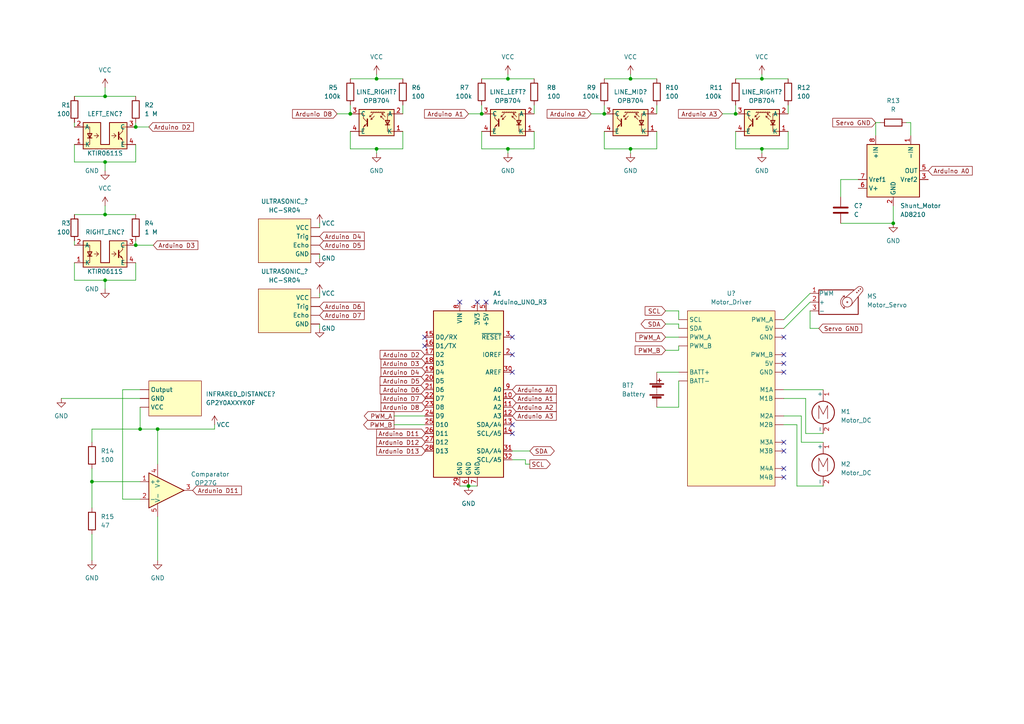
<source format=kicad_sch>
(kicad_sch (version 20211123) (generator eeschema)

  (uuid 12a029d2-eae8-4c64-96b0-a1a3c714441e)

  (paper "A4")

  (lib_symbols
    (symbol "Amplifier_Current:AD8210" (in_bom yes) (on_board yes)
      (property "Reference" "U" (id 0) (at -7.62 10.795 0)
        (effects (font (size 1.27 1.27)) (justify right))
      )
      (property "Value" "AD8210" (id 1) (at -7.62 8.89 0)
        (effects (font (size 1.27 1.27)) (justify right))
      )
      (property "Footprint" "Package_SO:SOIC-8_3.9x4.9mm_P1.27mm" (id 2) (at 0 0 0)
        (effects (font (size 1.27 1.27)) hide)
      )
      (property "Datasheet" "https://www.analog.com/media/en/technical-documentation/data-sheets/AD8210.pdf" (id 3) (at 16.51 -17.78 0)
        (effects (font (size 1.27 1.27)) hide)
      )
      (property "ki_keywords" "highside HS current sense amplifier linear buffered" (id 4) (at 0 0 0)
        (effects (font (size 1.27 1.27)) hide)
      )
      (property "ki_description" "65V High Voltage, Bidirectional Current Shunt Monitor, 20V/V gain, bandwidth 450kHz, Vcc=5V, SOIC-8" (id 5) (at 0 0 0)
        (effects (font (size 1.27 1.27)) hide)
      )
      (property "ki_fp_filters" "SOIC*3.9x4.9mm*P1.27mm*" (id 6) (at 0 0 0)
        (effects (font (size 1.27 1.27)) hide)
      )
      (symbol "AD8210_0_1"
        (rectangle (start -7.62 7.62) (end 7.62 -7.62)
          (stroke (width 0.254) (type default) (color 0 0 0 0))
          (fill (type background))
        )
      )
      (symbol "AD8210_1_1"
        (pin input line (at 5.08 10.16 270) (length 2.54)
          (name "-IN" (effects (font (size 1.27 1.27))))
          (number "1" (effects (font (size 1.27 1.27))))
        )
        (pin power_in line (at 0 -10.16 90) (length 2.54)
          (name "GND" (effects (font (size 1.27 1.27))))
          (number "2" (effects (font (size 1.27 1.27))))
        )
        (pin input line (at 10.16 -2.54 180) (length 2.54)
          (name "Vref2" (effects (font (size 1.27 1.27))))
          (number "3" (effects (font (size 1.27 1.27))))
        )
        (pin no_connect line (at 2.54 -7.62 90) (length 2.54) hide
          (name "NC" (effects (font (size 1.27 1.27))))
          (number "4" (effects (font (size 1.27 1.27))))
        )
        (pin output line (at 10.16 0 180) (length 2.54)
          (name "OUT" (effects (font (size 1.27 1.27))))
          (number "5" (effects (font (size 1.27 1.27))))
        )
        (pin power_in line (at -10.16 -5.08 0) (length 2.54)
          (name "V+" (effects (font (size 1.27 1.27))))
          (number "6" (effects (font (size 1.27 1.27))))
        )
        (pin input line (at -10.16 -2.54 0) (length 2.54)
          (name "Vref1" (effects (font (size 1.27 1.27))))
          (number "7" (effects (font (size 1.27 1.27))))
        )
        (pin input line (at -5.08 10.16 270) (length 2.54)
          (name "+IN" (effects (font (size 1.27 1.27))))
          (number "8" (effects (font (size 1.27 1.27))))
        )
      )
    )
    (symbol "Device:Battery" (pin_numbers hide) (pin_names (offset 0) hide) (in_bom yes) (on_board yes)
      (property "Reference" "BT" (id 0) (at 2.54 2.54 0)
        (effects (font (size 1.27 1.27)) (justify left))
      )
      (property "Value" "Battery" (id 1) (at 2.54 0 0)
        (effects (font (size 1.27 1.27)) (justify left))
      )
      (property "Footprint" "" (id 2) (at 0 1.524 90)
        (effects (font (size 1.27 1.27)) hide)
      )
      (property "Datasheet" "~" (id 3) (at 0 1.524 90)
        (effects (font (size 1.27 1.27)) hide)
      )
      (property "ki_keywords" "batt voltage-source cell" (id 4) (at 0 0 0)
        (effects (font (size 1.27 1.27)) hide)
      )
      (property "ki_description" "Multiple-cell battery" (id 5) (at 0 0 0)
        (effects (font (size 1.27 1.27)) hide)
      )
      (symbol "Battery_0_1"
        (rectangle (start -2.032 -1.397) (end 2.032 -1.651)
          (stroke (width 0) (type default) (color 0 0 0 0))
          (fill (type outline))
        )
        (rectangle (start -2.032 1.778) (end 2.032 1.524)
          (stroke (width 0) (type default) (color 0 0 0 0))
          (fill (type outline))
        )
        (rectangle (start -1.3208 -1.9812) (end 1.27 -2.4892)
          (stroke (width 0) (type default) (color 0 0 0 0))
          (fill (type outline))
        )
        (rectangle (start -1.3208 1.1938) (end 1.27 0.6858)
          (stroke (width 0) (type default) (color 0 0 0 0))
          (fill (type outline))
        )
        (polyline
          (pts
            (xy 0 -1.524)
            (xy 0 -1.27)
          )
          (stroke (width 0) (type default) (color 0 0 0 0))
          (fill (type none))
        )
        (polyline
          (pts
            (xy 0 -1.016)
            (xy 0 -0.762)
          )
          (stroke (width 0) (type default) (color 0 0 0 0))
          (fill (type none))
        )
        (polyline
          (pts
            (xy 0 -0.508)
            (xy 0 -0.254)
          )
          (stroke (width 0) (type default) (color 0 0 0 0))
          (fill (type none))
        )
        (polyline
          (pts
            (xy 0 0)
            (xy 0 0.254)
          )
          (stroke (width 0) (type default) (color 0 0 0 0))
          (fill (type none))
        )
        (polyline
          (pts
            (xy 0 0.508)
            (xy 0 0.762)
          )
          (stroke (width 0) (type default) (color 0 0 0 0))
          (fill (type none))
        )
        (polyline
          (pts
            (xy 0 1.778)
            (xy 0 2.54)
          )
          (stroke (width 0) (type default) (color 0 0 0 0))
          (fill (type none))
        )
        (polyline
          (pts
            (xy 0.254 2.667)
            (xy 1.27 2.667)
          )
          (stroke (width 0.254) (type default) (color 0 0 0 0))
          (fill (type none))
        )
        (polyline
          (pts
            (xy 0.762 3.175)
            (xy 0.762 2.159)
          )
          (stroke (width 0.254) (type default) (color 0 0 0 0))
          (fill (type none))
        )
      )
      (symbol "Battery_1_1"
        (pin passive line (at 0 5.08 270) (length 2.54)
          (name "+" (effects (font (size 1.27 1.27))))
          (number "1" (effects (font (size 1.27 1.27))))
        )
        (pin passive line (at 0 -5.08 90) (length 2.54)
          (name "-" (effects (font (size 1.27 1.27))))
          (number "2" (effects (font (size 1.27 1.27))))
        )
      )
    )
    (symbol "Device:C" (pin_numbers hide) (pin_names (offset 0.254)) (in_bom yes) (on_board yes)
      (property "Reference" "C" (id 0) (at 0.635 2.54 0)
        (effects (font (size 1.27 1.27)) (justify left))
      )
      (property "Value" "C" (id 1) (at 0.635 -2.54 0)
        (effects (font (size 1.27 1.27)) (justify left))
      )
      (property "Footprint" "" (id 2) (at 0.9652 -3.81 0)
        (effects (font (size 1.27 1.27)) hide)
      )
      (property "Datasheet" "~" (id 3) (at 0 0 0)
        (effects (font (size 1.27 1.27)) hide)
      )
      (property "ki_keywords" "cap capacitor" (id 4) (at 0 0 0)
        (effects (font (size 1.27 1.27)) hide)
      )
      (property "ki_description" "Unpolarized capacitor" (id 5) (at 0 0 0)
        (effects (font (size 1.27 1.27)) hide)
      )
      (property "ki_fp_filters" "C_*" (id 6) (at 0 0 0)
        (effects (font (size 1.27 1.27)) hide)
      )
      (symbol "C_0_1"
        (polyline
          (pts
            (xy -2.032 -0.762)
            (xy 2.032 -0.762)
          )
          (stroke (width 0.508) (type default) (color 0 0 0 0))
          (fill (type none))
        )
        (polyline
          (pts
            (xy -2.032 0.762)
            (xy 2.032 0.762)
          )
          (stroke (width 0.508) (type default) (color 0 0 0 0))
          (fill (type none))
        )
      )
      (symbol "C_1_1"
        (pin passive line (at 0 3.81 270) (length 2.794)
          (name "~" (effects (font (size 1.27 1.27))))
          (number "1" (effects (font (size 1.27 1.27))))
        )
        (pin passive line (at 0 -3.81 90) (length 2.794)
          (name "~" (effects (font (size 1.27 1.27))))
          (number "2" (effects (font (size 1.27 1.27))))
        )
      )
    )
    (symbol "Device:R" (pin_numbers hide) (pin_names (offset 0)) (in_bom yes) (on_board yes)
      (property "Reference" "R" (id 0) (at 2.032 0 90)
        (effects (font (size 1.27 1.27)))
      )
      (property "Value" "R" (id 1) (at 0 0 90)
        (effects (font (size 1.27 1.27)))
      )
      (property "Footprint" "" (id 2) (at -1.778 0 90)
        (effects (font (size 1.27 1.27)) hide)
      )
      (property "Datasheet" "~" (id 3) (at 0 0 0)
        (effects (font (size 1.27 1.27)) hide)
      )
      (property "ki_keywords" "R res resistor" (id 4) (at 0 0 0)
        (effects (font (size 1.27 1.27)) hide)
      )
      (property "ki_description" "Resistor" (id 5) (at 0 0 0)
        (effects (font (size 1.27 1.27)) hide)
      )
      (property "ki_fp_filters" "R_*" (id 6) (at 0 0 0)
        (effects (font (size 1.27 1.27)) hide)
      )
      (symbol "R_0_1"
        (rectangle (start -1.016 -2.54) (end 1.016 2.54)
          (stroke (width 0.254) (type default) (color 0 0 0 0))
          (fill (type none))
        )
      )
      (symbol "R_1_1"
        (pin passive line (at 0 3.81 270) (length 1.27)
          (name "~" (effects (font (size 1.27 1.27))))
          (number "1" (effects (font (size 1.27 1.27))))
        )
        (pin passive line (at 0 -3.81 90) (length 1.27)
          (name "~" (effects (font (size 1.27 1.27))))
          (number "2" (effects (font (size 1.27 1.27))))
        )
      )
    )
    (symbol "Integrated_Design_Project:GP2Y0AXXYK0F" (in_bom yes) (on_board yes)
      (property "Reference" "U" (id 0) (at 0 10.16 0)
        (effects (font (size 1.27 1.27)))
      )
      (property "Value" "GP2Y0AXXYK0F" (id 1) (at 0 7.62 0)
        (effects (font (size 1.27 1.27)))
      )
      (property "Footprint" "" (id 2) (at 0 0 0)
        (effects (font (size 1.27 1.27)) hide)
      )
      (property "Datasheet" "" (id 3) (at 0 0 0)
        (effects (font (size 1.27 1.27)) hide)
      )
      (symbol "GP2Y0AXXYK0F_0_1"
        (rectangle (start -7.62 5.08) (end 7.62 -5.08)
          (stroke (width 0) (type default) (color 0 0 0 0))
          (fill (type background))
        )
      )
      (symbol "GP2Y0AXXYK0F_1_1"
        (pin power_in line (at -10.16 0 0) (length 2.54)
          (name "GND" (effects (font (size 1.27 1.27))))
          (number "" (effects (font (size 1.27 1.27))))
        )
        (pin output line (at -10.16 2.54 0) (length 2.54)
          (name "Output" (effects (font (size 1.27 1.27))))
          (number "" (effects (font (size 1.27 1.27))))
        )
        (pin power_in line (at -10.16 -2.54 0) (length 2.54)
          (name "VCC" (effects (font (size 1.27 1.27))))
          (number "" (effects (font (size 1.27 1.27))))
        )
      )
    )
    (symbol "Integrated_Design_Project:HC-SR04" (in_bom yes) (on_board yes)
      (property "Reference" "U" (id 0) (at 0 10.16 0)
        (effects (font (size 1.27 1.27)))
      )
      (property "Value" "HC-SR04" (id 1) (at 0 6.35 0)
        (effects (font (size 1.27 1.27)))
      )
      (property "Footprint" "" (id 2) (at 0 0 0)
        (effects (font (size 1.27 1.27)) hide)
      )
      (property "Datasheet" "" (id 3) (at 0 0 0)
        (effects (font (size 1.27 1.27)) hide)
      )
      (symbol "HC-SR04_0_1"
        (rectangle (start -7.62 5.08) (end 7.62 -7.62)
          (stroke (width 0) (type default) (color 0 0 0 0))
          (fill (type background))
        )
      )
      (symbol "HC-SR04_1_1"
        (pin output line (at -10.16 -2.54 0) (length 2.54)
          (name "Echo" (effects (font (size 1.27 1.27))))
          (number "" (effects (font (size 1.27 1.27))))
        )
        (pin power_in line (at -10.16 -5.08 0) (length 2.54)
          (name "GND" (effects (font (size 1.27 1.27))))
          (number "" (effects (font (size 1.27 1.27))))
        )
        (pin input line (at -10.16 0 0) (length 2.54)
          (name "Trig" (effects (font (size 1.27 1.27))))
          (number "" (effects (font (size 1.27 1.27))))
        )
        (pin power_in line (at -10.16 2.54 0) (length 2.54)
          (name "VCC" (effects (font (size 1.27 1.27))))
          (number "" (effects (font (size 1.27 1.27))))
        )
      )
    )
    (symbol "Integrated_Design_Project:KTIR0611S" (in_bom yes) (on_board yes)
      (property "Reference" "U" (id 0) (at 0 5.08 0)
        (effects (font (size 1.27 1.27)))
      )
      (property "Value" "KTIR0611S" (id 1) (at 0 7.62 0)
        (effects (font (size 1.27 1.27)))
      )
      (property "Footprint" "" (id 2) (at 0 0 0)
        (effects (font (size 1.27 1.27)) hide)
      )
      (property "Datasheet" "" (id 3) (at 0 0 0)
        (effects (font (size 1.27 1.27)) hide)
      )
      (symbol "KTIR0611S_0_1"
        (polyline
          (pts
            (xy -5.08 -0.635)
            (xy -3.81 -0.635)
          )
          (stroke (width 0.254) (type default) (color 0 0 0 0))
          (fill (type none))
        )
        (polyline
          (pts
            (xy -1.905 0)
            (xy -2.54 -0.635)
          )
          (stroke (width 0) (type default) (color 0 0 0 0))
          (fill (type none))
        )
        (polyline
          (pts
            (xy 3.175 0)
            (xy 2.54 -0.635)
          )
          (stroke (width 0) (type default) (color 0 0 0 0))
          (fill (type none))
        )
        (polyline
          (pts
            (xy 3.937 -0.127)
            (xy 5.08 -1.27)
          )
          (stroke (width 0) (type default) (color 0 0 0 0))
          (fill (type none))
        )
        (polyline
          (pts
            (xy 3.937 0.127)
            (xy 5.08 1.27)
          )
          (stroke (width 0) (type default) (color 0 0 0 0))
          (fill (type none))
        )
        (polyline
          (pts
            (xy -3.175 0)
            (xy -1.905 0)
            (xy -2.54 0.635)
          )
          (stroke (width 0) (type default) (color 0 0 0 0))
          (fill (type none))
        )
        (polyline
          (pts
            (xy 1.905 0)
            (xy 3.175 0)
            (xy 2.54 0.635)
          )
          (stroke (width 0) (type default) (color 0 0 0 0))
          (fill (type none))
        )
        (polyline
          (pts
            (xy 3.937 1.016)
            (xy 3.937 -1.016)
            (xy 3.937 -1.016)
          )
          (stroke (width 0.3556) (type default) (color 0 0 0 0))
          (fill (type none))
        )
        (polyline
          (pts
            (xy 5.08 -1.27)
            (xy 5.08 -2.54)
            (xy 6.35 -2.54)
          )
          (stroke (width 0) (type default) (color 0 0 0 0))
          (fill (type none))
        )
        (polyline
          (pts
            (xy 5.08 1.27)
            (xy 5.08 2.54)
            (xy 6.35 2.54)
          )
          (stroke (width 0) (type default) (color 0 0 0 0))
          (fill (type none))
        )
        (polyline
          (pts
            (xy -6.35 -2.54)
            (xy -4.445 -2.54)
            (xy -4.445 2.54)
            (xy -6.35 2.54)
          )
          (stroke (width 0) (type default) (color 0 0 0 0))
          (fill (type none))
        )
        (polyline
          (pts
            (xy -4.445 -0.635)
            (xy -5.08 0.635)
            (xy -3.81 0.635)
            (xy -4.445 -0.635)
          )
          (stroke (width 0.254) (type default) (color 0 0 0 0))
          (fill (type none))
        )
        (polyline
          (pts
            (xy 4.953 -1.143)
            (xy 4.699 -0.635)
            (xy 4.445 -0.889)
            (xy 4.953 -1.143)
          )
          (stroke (width 0) (type default) (color 0 0 0 0))
          (fill (type none))
        )
        (polyline
          (pts
            (xy -6.35 -3.81)
            (xy 6.35 -3.81)
            (xy 6.35 3.81)
            (xy 1.27 3.81)
            (xy 1.27 -2.54)
            (xy -1.27 -2.54)
            (xy -1.27 3.81)
            (xy -6.35 3.81)
            (xy -6.35 -3.81)
          )
          (stroke (width 0.254) (type default) (color 0 0 0 0))
          (fill (type background))
        )
      )
      (symbol "KTIR0611S_1_1"
        (pin passive line (at -8.89 -2.54 0) (length 2.54)
          (name "K" (effects (font (size 1.27 1.27))))
          (number "1" (effects (font (size 1.27 1.27))))
        )
        (pin passive line (at -8.89 2.54 0) (length 2.54)
          (name "A" (effects (font (size 1.27 1.27))))
          (number "2" (effects (font (size 1.27 1.27))))
        )
        (pin open_collector line (at 8.89 2.54 180) (length 2.54)
          (name "C" (effects (font (size 1.27 1.27))))
          (number "3" (effects (font (size 1.27 1.27))))
        )
        (pin open_emitter line (at 8.89 -2.54 180) (length 2.54)
          (name "E" (effects (font (size 1.27 1.27))))
          (number "4" (effects (font (size 1.27 1.27))))
        )
      )
    )
    (symbol "Integrated_Design_Project:Motor_Driver" (in_bom yes) (on_board yes)
      (property "Reference" "U" (id 0) (at 0 0 0)
        (effects (font (size 1.27 1.27)))
      )
      (property "Value" "Motor_Driver" (id 1) (at 0 -2.54 0)
        (effects (font (size 1.27 1.27)))
      )
      (property "Footprint" "" (id 2) (at 0 0 0)
        (effects (font (size 1.27 1.27)) hide)
      )
      (property "Datasheet" "" (id 3) (at 0 0 0)
        (effects (font (size 1.27 1.27)) hide)
      )
      (symbol "Motor_Driver_0_1"
        (rectangle (start -12.7 -5.08) (end 12.7 -55.88)
          (stroke (width 0) (type default) (color 0 0 0 0))
          (fill (type background))
        )
      )
      (symbol "Motor_Driver_1_1"
        (pin power_out line (at 15.24 -20.32 180) (length 2.54)
          (name "5V" (effects (font (size 1.27 1.27))))
          (number "" (effects (font (size 1.27 1.27))))
        )
        (pin power_out line (at 15.24 -10.16 180) (length 2.54)
          (name "5V" (effects (font (size 1.27 1.27))))
          (number "" (effects (font (size 1.27 1.27))))
        )
        (pin power_in line (at -15.24 -22.86 0) (length 2.54)
          (name "BATT+" (effects (font (size 1.27 1.27))))
          (number "" (effects (font (size 1.27 1.27))))
        )
        (pin power_in line (at -15.24 -25.4 0) (length 2.54)
          (name "BATT-" (effects (font (size 1.27 1.27))))
          (number "" (effects (font (size 1.27 1.27))))
        )
        (pin power_out line (at 15.24 -22.86 180) (length 2.54)
          (name "GND" (effects (font (size 1.27 1.27))))
          (number "" (effects (font (size 1.27 1.27))))
        )
        (pin power_out line (at 15.24 -12.7 180) (length 2.54)
          (name "GND" (effects (font (size 1.27 1.27))))
          (number "" (effects (font (size 1.27 1.27))))
        )
        (pin bidirectional line (at 15.24 -27.94 180) (length 2.54)
          (name "M1A" (effects (font (size 1.27 1.27))))
          (number "" (effects (font (size 1.27 1.27))))
        )
        (pin bidirectional line (at 15.24 -30.48 180) (length 2.54)
          (name "M1B" (effects (font (size 1.27 1.27))))
          (number "" (effects (font (size 1.27 1.27))))
        )
        (pin bidirectional line (at 15.24 -35.56 180) (length 2.54)
          (name "M2A" (effects (font (size 1.27 1.27))))
          (number "" (effects (font (size 1.27 1.27))))
        )
        (pin bidirectional line (at 15.24 -38.1 180) (length 2.54)
          (name "M2B" (effects (font (size 1.27 1.27))))
          (number "" (effects (font (size 1.27 1.27))))
        )
        (pin bidirectional line (at 15.24 -43.18 180) (length 2.54)
          (name "M3A" (effects (font (size 1.27 1.27))))
          (number "" (effects (font (size 1.27 1.27))))
        )
        (pin bidirectional line (at 15.24 -45.72 180) (length 2.54)
          (name "M3B" (effects (font (size 1.27 1.27))))
          (number "" (effects (font (size 1.27 1.27))))
        )
        (pin bidirectional line (at 15.24 -50.8 180) (length 2.54)
          (name "M4A" (effects (font (size 1.27 1.27))))
          (number "" (effects (font (size 1.27 1.27))))
        )
        (pin bidirectional line (at 15.24 -53.34 180) (length 2.54)
          (name "M4B" (effects (font (size 1.27 1.27))))
          (number "" (effects (font (size 1.27 1.27))))
        )
        (pin input line (at -15.24 -12.7 0) (length 2.54)
          (name "PWM_A" (effects (font (size 1.27 1.27))))
          (number "" (effects (font (size 1.27 1.27))))
        )
        (pin input line (at 15.24 -7.62 180) (length 2.54)
          (name "PWM_A" (effects (font (size 1.27 1.27))))
          (number "" (effects (font (size 1.27 1.27))))
        )
        (pin input line (at -15.24 -15.24 0) (length 2.54)
          (name "PWM_B" (effects (font (size 1.27 1.27))))
          (number "" (effects (font (size 1.27 1.27))))
        )
        (pin output line (at 15.24 -17.78 180) (length 2.54)
          (name "PWM_B" (effects (font (size 1.27 1.27))))
          (number "" (effects (font (size 1.27 1.27))))
        )
        (pin input line (at -15.24 -7.62 0) (length 2.54)
          (name "SCL" (effects (font (size 1.27 1.27))))
          (number "" (effects (font (size 1.27 1.27))))
        )
        (pin input line (at -15.24 -10.16 0) (length 2.54)
          (name "SDA" (effects (font (size 1.27 1.27))))
          (number "" (effects (font (size 1.27 1.27))))
        )
      )
    )
    (symbol "Integrated_Design_Project:OPB704" (in_bom yes) (on_board yes)
      (property "Reference" "U" (id 0) (at 0 6.35 0)
        (effects (font (size 1.27 1.27)))
      )
      (property "Value" "OPB704" (id 1) (at 0 8.89 0)
        (effects (font (size 1.27 1.27)))
      )
      (property "Footprint" "" (id 2) (at 0 0 0)
        (effects (font (size 1.27 1.27)) hide)
      )
      (property "Datasheet" "" (id 3) (at 0 0 0)
        (effects (font (size 1.27 1.27)) hide)
      )
      (symbol "OPB704_0_1"
        (polyline
          (pts
            (xy -3.81 -0.635)
            (xy -2.54 -0.635)
          )
          (stroke (width 0.254) (type default) (color 0 0 0 0))
          (fill (type none))
        )
        (polyline
          (pts
            (xy -2.286 2.921)
            (xy -2.032 3.175)
          )
          (stroke (width 0) (type default) (color 0 0 0 0))
          (fill (type none))
        )
        (polyline
          (pts
            (xy -1.778 2.921)
            (xy -1.524 3.175)
          )
          (stroke (width 0) (type default) (color 0 0 0 0))
          (fill (type none))
        )
        (polyline
          (pts
            (xy -1.524 2.667)
            (xy -1.651 2.159)
          )
          (stroke (width 0) (type default) (color 0 0 0 0))
          (fill (type none))
        )
        (polyline
          (pts
            (xy -1.27 2.921)
            (xy -1.016 3.175)
          )
          (stroke (width 0) (type default) (color 0 0 0 0))
          (fill (type none))
        )
        (polyline
          (pts
            (xy -1.143 1.905)
            (xy -1.27 1.397)
          )
          (stroke (width 0) (type default) (color 0 0 0 0))
          (fill (type none))
        )
        (polyline
          (pts
            (xy -0.762 2.921)
            (xy -0.508 3.175)
          )
          (stroke (width 0) (type default) (color 0 0 0 0))
          (fill (type none))
        )
        (polyline
          (pts
            (xy -0.254 2.921)
            (xy 0 3.175)
          )
          (stroke (width 0) (type default) (color 0 0 0 0))
          (fill (type none))
        )
        (polyline
          (pts
            (xy 0.254 2.921)
            (xy 0.508 3.175)
          )
          (stroke (width 0) (type default) (color 0 0 0 0))
          (fill (type none))
        )
        (polyline
          (pts
            (xy 0.762 2.921)
            (xy 1.016 3.175)
          )
          (stroke (width 0) (type default) (color 0 0 0 0))
          (fill (type none))
        )
        (polyline
          (pts
            (xy 1.27 2.921)
            (xy 1.524 3.175)
          )
          (stroke (width 0) (type default) (color 0 0 0 0))
          (fill (type none))
        )
        (polyline
          (pts
            (xy 1.651 0.889)
            (xy 1.143 1.016)
          )
          (stroke (width 0) (type default) (color 0 0 0 0))
          (fill (type none))
        )
        (polyline
          (pts
            (xy 1.778 2.921)
            (xy -2.413 2.921)
          )
          (stroke (width 0) (type default) (color 0 0 0 0))
          (fill (type none))
        )
        (polyline
          (pts
            (xy 2.032 1.651)
            (xy 1.524 1.778)
          )
          (stroke (width 0) (type default) (color 0 0 0 0))
          (fill (type none))
        )
        (polyline
          (pts
            (xy 2.667 -0.127)
            (xy 3.81 -1.27)
          )
          (stroke (width 0) (type default) (color 0 0 0 0))
          (fill (type none))
        )
        (polyline
          (pts
            (xy 2.667 0.127)
            (xy 3.81 1.27)
          )
          (stroke (width 0) (type default) (color 0 0 0 0))
          (fill (type none))
        )
        (polyline
          (pts
            (xy -2.54 1.651)
            (xy -1.524 2.667)
            (xy -2.032 2.54)
          )
          (stroke (width 0) (type default) (color 0 0 0 0))
          (fill (type none))
        )
        (polyline
          (pts
            (xy -2.159 0.889)
            (xy -1.143 1.905)
            (xy -1.651 1.778)
          )
          (stroke (width 0) (type default) (color 0 0 0 0))
          (fill (type none))
        )
        (polyline
          (pts
            (xy 0.635 1.905)
            (xy 1.651 0.889)
            (xy 1.524 1.397)
          )
          (stroke (width 0) (type default) (color 0 0 0 0))
          (fill (type none))
        )
        (polyline
          (pts
            (xy 1.016 2.667)
            (xy 2.032 1.651)
            (xy 1.905 2.159)
          )
          (stroke (width 0) (type default) (color 0 0 0 0))
          (fill (type none))
        )
        (polyline
          (pts
            (xy 2.667 1.016)
            (xy 2.667 -1.016)
            (xy 2.667 -1.016)
          )
          (stroke (width 0.3556) (type default) (color 0 0 0 0))
          (fill (type none))
        )
        (polyline
          (pts
            (xy 3.81 -1.27)
            (xy 3.81 -2.54)
            (xy 5.08 -2.54)
          )
          (stroke (width 0) (type default) (color 0 0 0 0))
          (fill (type none))
        )
        (polyline
          (pts
            (xy 3.81 1.27)
            (xy 3.81 2.54)
            (xy 5.08 2.54)
          )
          (stroke (width 0) (type default) (color 0 0 0 0))
          (fill (type none))
        )
        (polyline
          (pts
            (xy -5.08 -2.54)
            (xy -3.175 -2.54)
            (xy -3.175 2.54)
            (xy -5.08 2.54)
          )
          (stroke (width 0) (type default) (color 0 0 0 0))
          (fill (type none))
        )
        (polyline
          (pts
            (xy -3.175 -0.635)
            (xy -3.81 0.635)
            (xy -2.54 0.635)
            (xy -3.175 -0.635)
          )
          (stroke (width 0.254) (type default) (color 0 0 0 0))
          (fill (type none))
        )
        (polyline
          (pts
            (xy 3.683 -1.143)
            (xy 3.429 -0.635)
            (xy 3.175 -0.889)
            (xy 3.683 -1.143)
          )
          (stroke (width 0) (type default) (color 0 0 0 0))
          (fill (type none))
        )
        (polyline
          (pts
            (xy -5.08 -3.81)
            (xy 5.08 -3.81)
            (xy 5.08 3.81)
            (xy -5.08 3.81)
            (xy -5.08 -3.81)
          )
          (stroke (width 0.254) (type default) (color 0 0 0 0))
          (fill (type background))
        )
      )
      (symbol "OPB704_1_1"
        (pin passive line (at -7.62 -2.54 0) (length 2.54)
          (name "K" (effects (font (size 1.27 1.27))))
          (number "1" (effects (font (size 1.27 1.27))))
        )
        (pin passive line (at -7.62 2.54 0) (length 2.54)
          (name "A" (effects (font (size 1.27 1.27))))
          (number "2" (effects (font (size 1.27 1.27))))
        )
        (pin open_collector line (at 7.62 2.54 180) (length 2.54)
          (name "C" (effects (font (size 1.27 1.27))))
          (number "3" (effects (font (size 1.27 1.27))))
        )
        (pin open_emitter line (at 7.62 -2.54 180) (length 2.54)
          (name "E" (effects (font (size 1.27 1.27))))
          (number "4" (effects (font (size 1.27 1.27))))
        )
      )
    )
    (symbol "MCU_Module:Arduino_UNO_R3" (in_bom yes) (on_board yes)
      (property "Reference" "A" (id 0) (at -10.16 23.495 0)
        (effects (font (size 1.27 1.27)) (justify left bottom))
      )
      (property "Value" "Arduino_UNO_R3" (id 1) (at 5.08 -26.67 0)
        (effects (font (size 1.27 1.27)) (justify left top))
      )
      (property "Footprint" "Module:Arduino_UNO_R3" (id 2) (at 0 0 0)
        (effects (font (size 1.27 1.27) italic) hide)
      )
      (property "Datasheet" "https://www.arduino.cc/en/Main/arduinoBoardUno" (id 3) (at 0 0 0)
        (effects (font (size 1.27 1.27)) hide)
      )
      (property "ki_keywords" "Arduino UNO R3 Microcontroller Module Atmel AVR USB" (id 4) (at 0 0 0)
        (effects (font (size 1.27 1.27)) hide)
      )
      (property "ki_description" "Arduino UNO Microcontroller Module, release 3" (id 5) (at 0 0 0)
        (effects (font (size 1.27 1.27)) hide)
      )
      (property "ki_fp_filters" "Arduino*UNO*R3*" (id 6) (at 0 0 0)
        (effects (font (size 1.27 1.27)) hide)
      )
      (symbol "Arduino_UNO_R3_0_1"
        (rectangle (start -10.16 22.86) (end 10.16 -25.4)
          (stroke (width 0.254) (type default) (color 0 0 0 0))
          (fill (type background))
        )
      )
      (symbol "Arduino_UNO_R3_1_1"
        (pin no_connect line (at -10.16 -20.32 0) (length 2.54) hide
          (name "NC" (effects (font (size 1.27 1.27))))
          (number "1" (effects (font (size 1.27 1.27))))
        )
        (pin bidirectional line (at 12.7 -2.54 180) (length 2.54)
          (name "A1" (effects (font (size 1.27 1.27))))
          (number "10" (effects (font (size 1.27 1.27))))
        )
        (pin bidirectional line (at 12.7 -5.08 180) (length 2.54)
          (name "A2" (effects (font (size 1.27 1.27))))
          (number "11" (effects (font (size 1.27 1.27))))
        )
        (pin bidirectional line (at 12.7 -7.62 180) (length 2.54)
          (name "A3" (effects (font (size 1.27 1.27))))
          (number "12" (effects (font (size 1.27 1.27))))
        )
        (pin bidirectional line (at 12.7 -10.16 180) (length 2.54)
          (name "SDA/A4" (effects (font (size 1.27 1.27))))
          (number "13" (effects (font (size 1.27 1.27))))
        )
        (pin bidirectional line (at 12.7 -12.7 180) (length 2.54)
          (name "SCL/A5" (effects (font (size 1.27 1.27))))
          (number "14" (effects (font (size 1.27 1.27))))
        )
        (pin bidirectional line (at -12.7 15.24 0) (length 2.54)
          (name "D0/RX" (effects (font (size 1.27 1.27))))
          (number "15" (effects (font (size 1.27 1.27))))
        )
        (pin bidirectional line (at -12.7 12.7 0) (length 2.54)
          (name "D1/TX" (effects (font (size 1.27 1.27))))
          (number "16" (effects (font (size 1.27 1.27))))
        )
        (pin bidirectional line (at -12.7 10.16 0) (length 2.54)
          (name "D2" (effects (font (size 1.27 1.27))))
          (number "17" (effects (font (size 1.27 1.27))))
        )
        (pin bidirectional line (at -12.7 7.62 0) (length 2.54)
          (name "D3" (effects (font (size 1.27 1.27))))
          (number "18" (effects (font (size 1.27 1.27))))
        )
        (pin bidirectional line (at -12.7 5.08 0) (length 2.54)
          (name "D4" (effects (font (size 1.27 1.27))))
          (number "19" (effects (font (size 1.27 1.27))))
        )
        (pin output line (at 12.7 10.16 180) (length 2.54)
          (name "IOREF" (effects (font (size 1.27 1.27))))
          (number "2" (effects (font (size 1.27 1.27))))
        )
        (pin bidirectional line (at -12.7 2.54 0) (length 2.54)
          (name "D5" (effects (font (size 1.27 1.27))))
          (number "20" (effects (font (size 1.27 1.27))))
        )
        (pin bidirectional line (at -12.7 0 0) (length 2.54)
          (name "D6" (effects (font (size 1.27 1.27))))
          (number "21" (effects (font (size 1.27 1.27))))
        )
        (pin bidirectional line (at -12.7 -2.54 0) (length 2.54)
          (name "D7" (effects (font (size 1.27 1.27))))
          (number "22" (effects (font (size 1.27 1.27))))
        )
        (pin bidirectional line (at -12.7 -5.08 0) (length 2.54)
          (name "D8" (effects (font (size 1.27 1.27))))
          (number "23" (effects (font (size 1.27 1.27))))
        )
        (pin bidirectional line (at -12.7 -7.62 0) (length 2.54)
          (name "D9" (effects (font (size 1.27 1.27))))
          (number "24" (effects (font (size 1.27 1.27))))
        )
        (pin bidirectional line (at -12.7 -10.16 0) (length 2.54)
          (name "D10" (effects (font (size 1.27 1.27))))
          (number "25" (effects (font (size 1.27 1.27))))
        )
        (pin bidirectional line (at -12.7 -12.7 0) (length 2.54)
          (name "D11" (effects (font (size 1.27 1.27))))
          (number "26" (effects (font (size 1.27 1.27))))
        )
        (pin bidirectional line (at -12.7 -15.24 0) (length 2.54)
          (name "D12" (effects (font (size 1.27 1.27))))
          (number "27" (effects (font (size 1.27 1.27))))
        )
        (pin bidirectional line (at -12.7 -17.78 0) (length 2.54)
          (name "D13" (effects (font (size 1.27 1.27))))
          (number "28" (effects (font (size 1.27 1.27))))
        )
        (pin power_in line (at -2.54 -27.94 90) (length 2.54)
          (name "GND" (effects (font (size 1.27 1.27))))
          (number "29" (effects (font (size 1.27 1.27))))
        )
        (pin input line (at 12.7 15.24 180) (length 2.54)
          (name "~{RESET}" (effects (font (size 1.27 1.27))))
          (number "3" (effects (font (size 1.27 1.27))))
        )
        (pin input line (at 12.7 5.08 180) (length 2.54)
          (name "AREF" (effects (font (size 1.27 1.27))))
          (number "30" (effects (font (size 1.27 1.27))))
        )
        (pin bidirectional line (at 12.7 -17.78 180) (length 2.54)
          (name "SDA/A4" (effects (font (size 1.27 1.27))))
          (number "31" (effects (font (size 1.27 1.27))))
        )
        (pin bidirectional line (at 12.7 -20.32 180) (length 2.54)
          (name "SCL/A5" (effects (font (size 1.27 1.27))))
          (number "32" (effects (font (size 1.27 1.27))))
        )
        (pin power_out line (at 2.54 25.4 270) (length 2.54)
          (name "3V3" (effects (font (size 1.27 1.27))))
          (number "4" (effects (font (size 1.27 1.27))))
        )
        (pin power_out line (at 5.08 25.4 270) (length 2.54)
          (name "+5V" (effects (font (size 1.27 1.27))))
          (number "5" (effects (font (size 1.27 1.27))))
        )
        (pin power_in line (at 0 -27.94 90) (length 2.54)
          (name "GND" (effects (font (size 1.27 1.27))))
          (number "6" (effects (font (size 1.27 1.27))))
        )
        (pin power_in line (at 2.54 -27.94 90) (length 2.54)
          (name "GND" (effects (font (size 1.27 1.27))))
          (number "7" (effects (font (size 1.27 1.27))))
        )
        (pin power_in line (at -2.54 25.4 270) (length 2.54)
          (name "VIN" (effects (font (size 1.27 1.27))))
          (number "8" (effects (font (size 1.27 1.27))))
        )
        (pin bidirectional line (at 12.7 0 180) (length 2.54)
          (name "A0" (effects (font (size 1.27 1.27))))
          (number "9" (effects (font (size 1.27 1.27))))
        )
      )
    )
    (symbol "Motor:Motor_DC" (pin_names (offset 0)) (in_bom yes) (on_board yes)
      (property "Reference" "M" (id 0) (at 2.54 2.54 0)
        (effects (font (size 1.27 1.27)) (justify left))
      )
      (property "Value" "Motor_DC" (id 1) (at 2.54 -5.08 0)
        (effects (font (size 1.27 1.27)) (justify left top))
      )
      (property "Footprint" "" (id 2) (at 0 -2.286 0)
        (effects (font (size 1.27 1.27)) hide)
      )
      (property "Datasheet" "~" (id 3) (at 0 -2.286 0)
        (effects (font (size 1.27 1.27)) hide)
      )
      (property "ki_keywords" "DC Motor" (id 4) (at 0 0 0)
        (effects (font (size 1.27 1.27)) hide)
      )
      (property "ki_description" "DC Motor" (id 5) (at 0 0 0)
        (effects (font (size 1.27 1.27)) hide)
      )
      (property "ki_fp_filters" "PinHeader*P2.54mm* TerminalBlock*" (id 6) (at 0 0 0)
        (effects (font (size 1.27 1.27)) hide)
      )
      (symbol "Motor_DC_0_0"
        (polyline
          (pts
            (xy -1.27 -3.302)
            (xy -1.27 0.508)
            (xy 0 -2.032)
            (xy 1.27 0.508)
            (xy 1.27 -3.302)
          )
          (stroke (width 0) (type default) (color 0 0 0 0))
          (fill (type none))
        )
      )
      (symbol "Motor_DC_0_1"
        (circle (center 0 -1.524) (radius 3.2512)
          (stroke (width 0.254) (type default) (color 0 0 0 0))
          (fill (type none))
        )
        (polyline
          (pts
            (xy 0 -7.62)
            (xy 0 -7.112)
          )
          (stroke (width 0) (type default) (color 0 0 0 0))
          (fill (type none))
        )
        (polyline
          (pts
            (xy 0 -4.7752)
            (xy 0 -5.1816)
          )
          (stroke (width 0) (type default) (color 0 0 0 0))
          (fill (type none))
        )
        (polyline
          (pts
            (xy 0 1.7272)
            (xy 0 2.0828)
          )
          (stroke (width 0) (type default) (color 0 0 0 0))
          (fill (type none))
        )
        (polyline
          (pts
            (xy 0 2.032)
            (xy 0 2.54)
          )
          (stroke (width 0) (type default) (color 0 0 0 0))
          (fill (type none))
        )
      )
      (symbol "Motor_DC_1_1"
        (pin passive line (at 0 5.08 270) (length 2.54)
          (name "+" (effects (font (size 1.27 1.27))))
          (number "1" (effects (font (size 1.27 1.27))))
        )
        (pin passive line (at 0 -7.62 90) (length 2.54)
          (name "-" (effects (font (size 1.27 1.27))))
          (number "2" (effects (font (size 1.27 1.27))))
        )
      )
    )
    (symbol "Motor:Motor_Servo" (pin_names (offset 0.0254)) (in_bom yes) (on_board yes)
      (property "Reference" "M" (id 0) (at -5.08 4.445 0)
        (effects (font (size 1.27 1.27)) (justify left))
      )
      (property "Value" "Motor_Servo" (id 1) (at -5.08 -4.064 0)
        (effects (font (size 1.27 1.27)) (justify left top))
      )
      (property "Footprint" "" (id 2) (at 0 -4.826 0)
        (effects (font (size 1.27 1.27)) hide)
      )
      (property "Datasheet" "" (id 3) (at 0 -4.826 0)
        (effects (font (size 1.27 1.27)) hide)
      )
      (property "ki_keywords" "Servo Motor" (id 4) (at 0 0 0)
        (effects (font (size 1.27 1.27)) hide)
      )
      (property "ki_description" "Servo Motor (Futaba, HiTec, JR connector)" (id 5) (at 0 0 0)
        (effects (font (size 1.27 1.27)) hide)
      )
      (property "ki_fp_filters" "PinHeader*P2.54mm*" (id 6) (at 0 0 0)
        (effects (font (size 1.27 1.27)) hide)
      )
      (symbol "Motor_Servo_0_1"
        (polyline
          (pts
            (xy 2.413 -1.778)
            (xy 2.032 -1.778)
          )
          (stroke (width 0) (type default) (color 0 0 0 0))
          (fill (type none))
        )
        (polyline
          (pts
            (xy 2.413 -1.778)
            (xy 2.286 -1.397)
          )
          (stroke (width 0) (type default) (color 0 0 0 0))
          (fill (type none))
        )
        (polyline
          (pts
            (xy 2.413 1.778)
            (xy 1.905 1.778)
          )
          (stroke (width 0) (type default) (color 0 0 0 0))
          (fill (type none))
        )
        (polyline
          (pts
            (xy 2.413 1.778)
            (xy 2.286 1.397)
          )
          (stroke (width 0) (type default) (color 0 0 0 0))
          (fill (type none))
        )
        (polyline
          (pts
            (xy 6.35 4.445)
            (xy 2.54 1.27)
          )
          (stroke (width 0) (type default) (color 0 0 0 0))
          (fill (type none))
        )
        (polyline
          (pts
            (xy 7.62 3.175)
            (xy 4.191 -1.016)
          )
          (stroke (width 0) (type default) (color 0 0 0 0))
          (fill (type none))
        )
        (polyline
          (pts
            (xy 5.08 3.556)
            (xy -5.08 3.556)
            (xy -5.08 -3.556)
            (xy 6.35 -3.556)
            (xy 6.35 1.524)
          )
          (stroke (width 0.254) (type default) (color 0 0 0 0))
          (fill (type none))
        )
        (arc (start 2.413 1.778) (mid 1.2406 0) (end 2.413 -1.778)
          (stroke (width 0) (type default) (color 0 0 0 0))
          (fill (type none))
        )
        (circle (center 3.175 0) (radius 0.1778)
          (stroke (width 0) (type default) (color 0 0 0 0))
          (fill (type none))
        )
        (circle (center 3.175 0) (radius 1.4224)
          (stroke (width 0) (type default) (color 0 0 0 0))
          (fill (type none))
        )
        (circle (center 5.969 2.794) (radius 0.127)
          (stroke (width 0) (type default) (color 0 0 0 0))
          (fill (type none))
        )
        (circle (center 6.477 3.302) (radius 0.127)
          (stroke (width 0) (type default) (color 0 0 0 0))
          (fill (type none))
        )
        (circle (center 6.985 3.81) (radius 0.127)
          (stroke (width 0) (type default) (color 0 0 0 0))
          (fill (type none))
        )
        (arc (start 7.62 3.175) (mid 7.4485 4.2735) (end 6.35 4.445)
          (stroke (width 0) (type default) (color 0 0 0 0))
          (fill (type none))
        )
      )
      (symbol "Motor_Servo_1_1"
        (pin passive line (at -7.62 2.54 0) (length 2.54)
          (name "PWM" (effects (font (size 1.27 1.27))))
          (number "1" (effects (font (size 1.27 1.27))))
        )
        (pin passive line (at -7.62 0 0) (length 2.54)
          (name "+" (effects (font (size 1.27 1.27))))
          (number "2" (effects (font (size 1.27 1.27))))
        )
        (pin passive line (at -7.62 -2.54 0) (length 2.54)
          (name "-" (effects (font (size 1.27 1.27))))
          (number "3" (effects (font (size 1.27 1.27))))
        )
      )
    )
    (symbol "power:GND" (power) (pin_names (offset 0)) (in_bom yes) (on_board yes)
      (property "Reference" "#PWR" (id 0) (at 0 -6.35 0)
        (effects (font (size 1.27 1.27)) hide)
      )
      (property "Value" "GND" (id 1) (at 0 -3.81 0)
        (effects (font (size 1.27 1.27)))
      )
      (property "Footprint" "" (id 2) (at 0 0 0)
        (effects (font (size 1.27 1.27)) hide)
      )
      (property "Datasheet" "" (id 3) (at 0 0 0)
        (effects (font (size 1.27 1.27)) hide)
      )
      (property "ki_keywords" "power-flag" (id 4) (at 0 0 0)
        (effects (font (size 1.27 1.27)) hide)
      )
      (property "ki_description" "Power symbol creates a global label with name \"GND\" , ground" (id 5) (at 0 0 0)
        (effects (font (size 1.27 1.27)) hide)
      )
      (symbol "GND_0_1"
        (polyline
          (pts
            (xy 0 0)
            (xy 0 -1.27)
            (xy 1.27 -1.27)
            (xy 0 -2.54)
            (xy -1.27 -1.27)
            (xy 0 -1.27)
          )
          (stroke (width 0) (type default) (color 0 0 0 0))
          (fill (type none))
        )
      )
      (symbol "GND_1_1"
        (pin power_in line (at 0 0 270) (length 0) hide
          (name "GND" (effects (font (size 1.27 1.27))))
          (number "1" (effects (font (size 1.27 1.27))))
        )
      )
    )
    (symbol "power:VCC" (power) (pin_names (offset 0)) (in_bom yes) (on_board yes)
      (property "Reference" "#PWR" (id 0) (at 0 -3.81 0)
        (effects (font (size 1.27 1.27)) hide)
      )
      (property "Value" "VCC" (id 1) (at 0 3.81 0)
        (effects (font (size 1.27 1.27)))
      )
      (property "Footprint" "" (id 2) (at 0 0 0)
        (effects (font (size 1.27 1.27)) hide)
      )
      (property "Datasheet" "" (id 3) (at 0 0 0)
        (effects (font (size 1.27 1.27)) hide)
      )
      (property "ki_keywords" "power-flag" (id 4) (at 0 0 0)
        (effects (font (size 1.27 1.27)) hide)
      )
      (property "ki_description" "Power symbol creates a global label with name \"VCC\"" (id 5) (at 0 0 0)
        (effects (font (size 1.27 1.27)) hide)
      )
      (symbol "VCC_0_1"
        (polyline
          (pts
            (xy -0.762 1.27)
            (xy 0 2.54)
          )
          (stroke (width 0) (type default) (color 0 0 0 0))
          (fill (type none))
        )
        (polyline
          (pts
            (xy 0 0)
            (xy 0 2.54)
          )
          (stroke (width 0) (type default) (color 0 0 0 0))
          (fill (type none))
        )
        (polyline
          (pts
            (xy 0 2.54)
            (xy 0.762 1.27)
          )
          (stroke (width 0) (type default) (color 0 0 0 0))
          (fill (type none))
        )
      )
      (symbol "VCC_1_1"
        (pin power_in line (at 0 0 90) (length 0) hide
          (name "VCC" (effects (font (size 1.27 1.27))))
          (number "1" (effects (font (size 1.27 1.27))))
        )
      )
    )
    (symbol "pspice:OPAMP" (pin_names (offset 0.254)) (in_bom yes) (on_board yes)
      (property "Reference" "U" (id 0) (at 3.81 3.175 0)
        (effects (font (size 1.27 1.27)) (justify left))
      )
      (property "Value" "OPAMP" (id 1) (at 3.81 -3.175 0)
        (effects (font (size 1.27 1.27)) (justify left))
      )
      (property "Footprint" "" (id 2) (at 0 0 0)
        (effects (font (size 1.27 1.27)) hide)
      )
      (property "Datasheet" "~" (id 3) (at 0 0 0)
        (effects (font (size 1.27 1.27)) hide)
      )
      (property "ki_keywords" "simulation" (id 4) (at 0 0 0)
        (effects (font (size 1.27 1.27)) hide)
      )
      (property "ki_description" "OPAmp symbol for simulation only" (id 5) (at 0 0 0)
        (effects (font (size 1.27 1.27)) hide)
      )
      (symbol "OPAMP_0_1"
        (polyline
          (pts
            (xy 5.08 0)
            (xy -5.08 5.08)
            (xy -5.08 -5.08)
            (xy 5.08 0)
          )
          (stroke (width 0.254) (type default) (color 0 0 0 0))
          (fill (type background))
        )
      )
      (symbol "OPAMP_1_1"
        (pin input line (at -7.62 2.54 0) (length 2.54)
          (name "+" (effects (font (size 1.27 1.27))))
          (number "1" (effects (font (size 1.27 1.27))))
        )
        (pin input line (at -7.62 -2.54 0) (length 2.54)
          (name "-" (effects (font (size 1.27 1.27))))
          (number "2" (effects (font (size 1.27 1.27))))
        )
        (pin output line (at 7.62 0 180) (length 2.54)
          (name "~" (effects (font (size 1.27 1.27))))
          (number "3" (effects (font (size 1.27 1.27))))
        )
        (pin power_in line (at -2.54 7.62 270) (length 3.81)
          (name "V+" (effects (font (size 1.27 1.27))))
          (number "4" (effects (font (size 1.27 1.27))))
        )
        (pin power_in line (at -2.54 -7.62 90) (length 3.81)
          (name "V-" (effects (font (size 1.27 1.27))))
          (number "5" (effects (font (size 1.27 1.27))))
        )
      )
    )
  )

  (junction (at 30.48 62.23) (diameter 0) (color 0 0 0 0)
    (uuid 02a9b325-f532-4ade-830f-94f2d72e505b)
  )
  (junction (at 182.88 22.86) (diameter 0) (color 0 0 0 0)
    (uuid 043c3264-5f38-4572-9155-c52143f46f73)
  )
  (junction (at 39.37 71.12) (diameter 0) (color 0 0 0 0)
    (uuid 08295f18-dab0-42bd-821e-26222735d649)
  )
  (junction (at 220.98 22.86) (diameter 0) (color 0 0 0 0)
    (uuid 28d4b279-114d-48ef-8e63-80748cd811e9)
  )
  (junction (at 109.22 43.18) (diameter 0) (color 0 0 0 0)
    (uuid 30f0f88b-f9a8-42d3-b055-782540bdc3a5)
  )
  (junction (at 220.98 43.18) (diameter 0) (color 0 0 0 0)
    (uuid 3954de2a-7fa4-40e2-acac-fe2a8a18f0c5)
  )
  (junction (at 45.72 124.46) (diameter 0) (color 0 0 0 0)
    (uuid 3f64cb0c-e12a-4f9a-9d3e-f59724879a1f)
  )
  (junction (at 109.22 22.86) (diameter 0) (color 0 0 0 0)
    (uuid 49c8fe75-7d81-44d2-a523-de314619ab40)
  )
  (junction (at 147.32 22.86) (diameter 0) (color 0 0 0 0)
    (uuid 537dca1a-967b-4043-98c6-3065076e8698)
  )
  (junction (at 259.08 64.77) (diameter 0) (color 0 0 0 0)
    (uuid 63493fa1-e8ef-4214-a5c3-4510cc9ef62e)
  )
  (junction (at 135.89 140.97) (diameter 0) (color 0 0 0 0)
    (uuid 7972ddab-6d20-4c4d-b944-902d1d3e27b9)
  )
  (junction (at 30.48 81.28) (diameter 0) (color 0 0 0 0)
    (uuid 825ed62d-2a02-40ab-afd9-0af7c2a0bcfc)
  )
  (junction (at 30.48 46.99) (diameter 0) (color 0 0 0 0)
    (uuid 893b4d24-6a81-480b-a133-e0532c7ea7b0)
  )
  (junction (at 175.26 33.02) (diameter 0) (color 0 0 0 0)
    (uuid 90bdb9c8-3cff-404e-98fd-1e15b76d9f02)
  )
  (junction (at 26.67 139.7) (diameter 0) (color 0 0 0 0)
    (uuid 9a071907-75f6-4197-b094-e39b0f75ab59)
  )
  (junction (at 40.64 124.46) (diameter 0) (color 0 0 0 0)
    (uuid 9b45486f-a44e-4ad3-b373-b26e94939f93)
  )
  (junction (at 139.7 33.02) (diameter 0) (color 0 0 0 0)
    (uuid 9ee31690-5501-49fe-b7b1-f29ba60ab65e)
  )
  (junction (at 39.37 36.83) (diameter 0) (color 0 0 0 0)
    (uuid a8f19c7a-4911-4501-bfb7-ea59dc8d39be)
  )
  (junction (at 101.6 33.02) (diameter 0) (color 0 0 0 0)
    (uuid ad053689-9ae3-4c66-b165-e1dc215cdad3)
  )
  (junction (at 182.88 43.18) (diameter 0) (color 0 0 0 0)
    (uuid ae62af05-a49d-476d-8a2c-dfcd6603cac9)
  )
  (junction (at 147.32 43.18) (diameter 0) (color 0 0 0 0)
    (uuid ccd560b4-c250-43bd-9bd9-3ec25739a44b)
  )
  (junction (at 213.36 33.02) (diameter 0) (color 0 0 0 0)
    (uuid d414bc35-f60c-4c03-a4d6-09531c43607c)
  )
  (junction (at 30.48 27.94) (diameter 0) (color 0 0 0 0)
    (uuid f9bf4704-a416-41be-969c-2daaebe49ef1)
  )

  (no_connect (at 227.33 97.79) (uuid 047a3303-397e-4edd-a713-e3c2e26804dd))
  (no_connect (at 138.43 87.63) (uuid 1d74486d-79a0-464a-9bb3-a77b55a815dc))
  (no_connect (at 140.97 87.63) (uuid 1f8c84ff-78e6-4e6a-8342-bcdab9388cb4))
  (no_connect (at 123.19 97.79) (uuid 20ea45fa-3773-488b-86c5-39d530947f1e))
  (no_connect (at 227.33 107.95) (uuid 2b1e3798-bd47-4fe6-8c14-c8818018faf0))
  (no_connect (at 227.33 138.43) (uuid 3f9ae67d-6200-4265-a850-210fac8ac411))
  (no_connect (at 133.35 87.63) (uuid 406f91a5-499c-4bc0-b099-0122806f938b))
  (no_connect (at 227.33 128.27) (uuid 48d14a3e-34ec-4fc8-a9f5-b39ca60b0c01))
  (no_connect (at 227.33 130.81) (uuid 4d49df21-6e1a-49fa-b8ef-8efc315e8de3))
  (no_connect (at 227.33 105.41) (uuid 55e164d3-15fb-4426-8c31-73e1df20bf7e))
  (no_connect (at 148.59 107.95) (uuid 605ad0fc-4ca7-406c-bcf0-6fb14c968716))
  (no_connect (at 227.33 135.89) (uuid 831cd30b-745c-4916-b854-b59987ab5382))
  (no_connect (at 148.59 97.79) (uuid 9eae8d4f-f800-49a0-b555-49c9624397d1))
  (no_connect (at 227.33 102.87) (uuid a25988ab-0259-4130-a675-73b17296fecc))
  (no_connect (at 123.19 100.33) (uuid b4f8dfa6-d02e-40cd-939e-952e0ec310c9))
  (no_connect (at 148.59 125.73) (uuid c642beee-69a2-4410-be44-21410af5ca04))
  (no_connect (at 148.59 123.19) (uuid d58a232c-0808-42a7-a57b-5fb1120df995))
  (no_connect (at 148.59 102.87) (uuid ded4adc5-3ade-4ec0-9ed5-c59713683d23))

  (wire (pts (xy 30.48 62.23) (xy 39.37 62.23))
    (stroke (width 0) (type default) (color 0 0 0 0))
    (uuid 01df7751-fcd7-45e0-8666-900c111c9ed4)
  )
  (wire (pts (xy 148.59 130.81) (xy 153.67 130.81))
    (stroke (width 0) (type default) (color 0 0 0 0))
    (uuid 023aa9ef-429f-4128-ba4f-aa5e656b14bd)
  )
  (wire (pts (xy 154.94 30.48) (xy 154.94 33.02))
    (stroke (width 0) (type default) (color 0 0 0 0))
    (uuid 02a55afa-8378-43db-98d5-0dde7ddcbecf)
  )
  (wire (pts (xy 227.33 113.03) (xy 238.76 113.03))
    (stroke (width 0) (type default) (color 0 0 0 0))
    (uuid 03e88328-ae2d-4375-b113-6c40a4499c91)
  )
  (wire (pts (xy 234.95 90.17) (xy 234.95 95.25))
    (stroke (width 0) (type default) (color 0 0 0 0))
    (uuid 095888fb-ee78-46df-95b6-0ea140b76b46)
  )
  (wire (pts (xy 231.14 123.19) (xy 231.14 140.97))
    (stroke (width 0) (type default) (color 0 0 0 0))
    (uuid 0a89cf67-1d1d-4362-8c1f-a4fe0ca48741)
  )
  (wire (pts (xy 92.71 93.98) (xy 92.71 95.25))
    (stroke (width 0) (type default) (color 0 0 0 0))
    (uuid 0d9de75c-cbbb-4ffc-aed0-139f44e41058)
  )
  (wire (pts (xy 92.71 85.09) (xy 92.71 86.36))
    (stroke (width 0) (type default) (color 0 0 0 0))
    (uuid 0fbe666b-0d99-4dd2-a0e7-845b090ff46e)
  )
  (wire (pts (xy 213.36 43.18) (xy 213.36 38.1))
    (stroke (width 0) (type default) (color 0 0 0 0))
    (uuid 114de5e4-6217-440d-8c6f-2d9c1d6b44a6)
  )
  (wire (pts (xy 133.35 140.97) (xy 135.89 140.97))
    (stroke (width 0) (type default) (color 0 0 0 0))
    (uuid 1163536a-e13c-4b46-87ea-954c0c212005)
  )
  (wire (pts (xy 21.59 81.28) (xy 30.48 81.28))
    (stroke (width 0) (type default) (color 0 0 0 0))
    (uuid 11cbc34f-3e31-495c-af26-48652747c175)
  )
  (wire (pts (xy 259.08 59.69) (xy 259.08 64.77))
    (stroke (width 0) (type default) (color 0 0 0 0))
    (uuid 1210eec1-8524-4b93-8cb0-54b224fab0dc)
  )
  (wire (pts (xy 152.4 134.62) (xy 153.67 134.62))
    (stroke (width 0) (type default) (color 0 0 0 0))
    (uuid 13fc5baf-a1cf-44b7-b535-8aea2be10078)
  )
  (wire (pts (xy 196.85 93.98) (xy 196.85 95.25))
    (stroke (width 0) (type default) (color 0 0 0 0))
    (uuid 1442952e-fb2e-4366-aff5-a841d2cc62a3)
  )
  (wire (pts (xy 154.94 22.86) (xy 147.32 22.86))
    (stroke (width 0) (type default) (color 0 0 0 0))
    (uuid 153f85e1-fe04-4b4b-a956-4792b2d57bb5)
  )
  (wire (pts (xy 147.32 21.59) (xy 147.32 22.86))
    (stroke (width 0) (type default) (color 0 0 0 0))
    (uuid 1822e1d5-c1ab-4039-9004-319963eec356)
  )
  (wire (pts (xy 35.56 144.78) (xy 40.64 144.78))
    (stroke (width 0) (type default) (color 0 0 0 0))
    (uuid 1931ef51-605b-4171-bebf-b9d0f924ed0f)
  )
  (wire (pts (xy 182.88 44.45) (xy 182.88 43.18))
    (stroke (width 0) (type default) (color 0 0 0 0))
    (uuid 1b0871d7-be7f-45ca-bbd1-4e2b8800e93e)
  )
  (wire (pts (xy 182.88 43.18) (xy 175.26 43.18))
    (stroke (width 0) (type default) (color 0 0 0 0))
    (uuid 1f06392b-f780-4315-83dc-9427b84fbebd)
  )
  (wire (pts (xy 232.41 120.65) (xy 232.41 128.27))
    (stroke (width 0) (type default) (color 0 0 0 0))
    (uuid 1f497498-5e6f-4bf0-a92f-6f2efc405642)
  )
  (wire (pts (xy 92.71 73.66) (xy 92.71 74.93))
    (stroke (width 0) (type default) (color 0 0 0 0))
    (uuid 21ae187f-76c3-494e-acf9-dafbae4c9155)
  )
  (wire (pts (xy 147.32 43.18) (xy 139.7 43.18))
    (stroke (width 0) (type default) (color 0 0 0 0))
    (uuid 23429e8d-bb20-4ec3-a167-da76a0c76fe4)
  )
  (wire (pts (xy 227.33 92.71) (xy 234.95 85.09))
    (stroke (width 0) (type default) (color 0 0 0 0))
    (uuid 25c06a6d-27de-4c3d-8506-dc686469f7e2)
  )
  (wire (pts (xy 227.33 120.65) (xy 232.41 120.65))
    (stroke (width 0) (type default) (color 0 0 0 0))
    (uuid 26f11baf-628e-4ded-9f1e-7e0ea880f022)
  )
  (wire (pts (xy 220.98 22.86) (xy 213.36 22.86))
    (stroke (width 0) (type default) (color 0 0 0 0))
    (uuid 29519a7e-80c6-4ba9-82e5-62faa40ea3cd)
  )
  (wire (pts (xy 154.94 38.1) (xy 154.94 43.18))
    (stroke (width 0) (type default) (color 0 0 0 0))
    (uuid 29a2cade-35ad-4f10-b7fa-36a063f79805)
  )
  (wire (pts (xy 30.48 46.99) (xy 39.37 46.99))
    (stroke (width 0) (type default) (color 0 0 0 0))
    (uuid 2b2c53c5-5af6-4940-ab51-1c34b64f1f00)
  )
  (wire (pts (xy 21.59 46.99) (xy 30.48 46.99))
    (stroke (width 0) (type default) (color 0 0 0 0))
    (uuid 2cc7fcfc-c7fa-404c-a32a-10c623666035)
  )
  (wire (pts (xy 175.26 30.48) (xy 175.26 33.02))
    (stroke (width 0) (type default) (color 0 0 0 0))
    (uuid 2cfe946c-e952-436f-a884-d2b0d6a2f4a5)
  )
  (wire (pts (xy 193.04 101.6) (xy 196.85 101.6))
    (stroke (width 0) (type default) (color 0 0 0 0))
    (uuid 2d21ec73-159f-4037-b064-c043a540b927)
  )
  (wire (pts (xy 228.6 22.86) (xy 220.98 22.86))
    (stroke (width 0) (type default) (color 0 0 0 0))
    (uuid 2efda7b8-98a5-4ea5-beb8-a75e18d3c803)
  )
  (wire (pts (xy 21.59 69.85) (xy 21.59 71.12))
    (stroke (width 0) (type default) (color 0 0 0 0))
    (uuid 2fae7a93-c009-4036-86f4-5896e18b823e)
  )
  (wire (pts (xy 40.64 118.11) (xy 40.64 124.46))
    (stroke (width 0) (type default) (color 0 0 0 0))
    (uuid 389da244-6d7f-4083-99c0-64c4264563ce)
  )
  (wire (pts (xy 35.56 113.03) (xy 35.56 144.78))
    (stroke (width 0) (type default) (color 0 0 0 0))
    (uuid 3a18a236-2b3a-46ce-9bb4-2d5d4859b650)
  )
  (wire (pts (xy 109.22 44.45) (xy 109.22 43.18))
    (stroke (width 0) (type default) (color 0 0 0 0))
    (uuid 3bc89d67-a190-4e28-a91d-ed4eed8be71f)
  )
  (wire (pts (xy 135.89 140.97) (xy 138.43 140.97))
    (stroke (width 0) (type default) (color 0 0 0 0))
    (uuid 3c55fb2f-87af-42c6-b94d-d5df2e6b6365)
  )
  (wire (pts (xy 227.33 95.25) (xy 234.95 87.63))
    (stroke (width 0) (type default) (color 0 0 0 0))
    (uuid 3d2df4ed-7934-4c60-ad91-05c1765246c3)
  )
  (wire (pts (xy 190.5 22.86) (xy 182.88 22.86))
    (stroke (width 0) (type default) (color 0 0 0 0))
    (uuid 3d5ef5ad-0149-4e87-ba3e-1608395c4e54)
  )
  (wire (pts (xy 227.33 115.57) (xy 233.68 115.57))
    (stroke (width 0) (type default) (color 0 0 0 0))
    (uuid 41074f6e-8f94-4b4d-9603-56de7caa13e2)
  )
  (wire (pts (xy 175.26 43.18) (xy 175.26 38.1))
    (stroke (width 0) (type default) (color 0 0 0 0))
    (uuid 44eceb50-4403-4644-86f8-ffbfb125def4)
  )
  (wire (pts (xy 234.95 95.25) (xy 237.49 95.25))
    (stroke (width 0) (type default) (color 0 0 0 0))
    (uuid 466bd446-432f-4099-8a68-b247e602c0fb)
  )
  (wire (pts (xy 30.48 59.69) (xy 30.48 62.23))
    (stroke (width 0) (type default) (color 0 0 0 0))
    (uuid 470e4979-72a0-4e96-8019-dc08851ff7b5)
  )
  (wire (pts (xy 39.37 35.56) (xy 39.37 36.83))
    (stroke (width 0) (type default) (color 0 0 0 0))
    (uuid 48a5127d-50b8-4c82-abfc-dc7398ad125f)
  )
  (wire (pts (xy 39.37 71.12) (xy 44.45 71.12))
    (stroke (width 0) (type default) (color 0 0 0 0))
    (uuid 49a9076c-ec01-4b7c-abc2-33fb0c87e8c4)
  )
  (wire (pts (xy 196.85 100.33) (xy 196.85 101.6))
    (stroke (width 0) (type default) (color 0 0 0 0))
    (uuid 4adad99b-e098-498c-9283-febd1907cc78)
  )
  (wire (pts (xy 175.26 33.02) (xy 171.45 33.02))
    (stroke (width 0) (type default) (color 0 0 0 0))
    (uuid 4bd64def-8f1c-41d0-927d-7f7e3b3b7a80)
  )
  (wire (pts (xy 231.14 140.97) (xy 238.76 140.97))
    (stroke (width 0) (type default) (color 0 0 0 0))
    (uuid 4c9632e8-bc2e-4918-a024-6b87a017cdba)
  )
  (wire (pts (xy 193.04 90.17) (xy 196.85 90.17))
    (stroke (width 0) (type default) (color 0 0 0 0))
    (uuid 4d1bb280-bec7-41b0-a9d1-20ce13070488)
  )
  (wire (pts (xy 101.6 43.18) (xy 101.6 38.1))
    (stroke (width 0) (type default) (color 0 0 0 0))
    (uuid 4e11d90a-09a1-4f65-bd2b-daa4dac30470)
  )
  (wire (pts (xy 17.78 115.57) (xy 40.64 115.57))
    (stroke (width 0) (type default) (color 0 0 0 0))
    (uuid 509466f7-2070-4c68-b47a-3ef10084db15)
  )
  (wire (pts (xy 220.98 44.45) (xy 220.98 43.18))
    (stroke (width 0) (type default) (color 0 0 0 0))
    (uuid 513671bc-6f6e-4f86-b29b-c5f4c56c494e)
  )
  (wire (pts (xy 109.22 43.18) (xy 101.6 43.18))
    (stroke (width 0) (type default) (color 0 0 0 0))
    (uuid 52a15c81-871a-4063-b623-035a6b003471)
  )
  (wire (pts (xy 264.16 35.56) (xy 264.16 39.37))
    (stroke (width 0) (type default) (color 0 0 0 0))
    (uuid 55047b5a-eb8a-4486-a32b-de9baade1a5f)
  )
  (wire (pts (xy 228.6 38.1) (xy 228.6 43.18))
    (stroke (width 0) (type default) (color 0 0 0 0))
    (uuid 550bb65b-859f-4248-bef4-3d7c25ef4081)
  )
  (wire (pts (xy 26.67 135.89) (xy 26.67 139.7))
    (stroke (width 0) (type default) (color 0 0 0 0))
    (uuid 59131242-6972-45b7-8f20-eb6b73b43176)
  )
  (wire (pts (xy 114.3 123.19) (xy 123.19 123.19))
    (stroke (width 0) (type default) (color 0 0 0 0))
    (uuid 5b1aa34d-32c2-4532-bfee-c12bbec6dec0)
  )
  (wire (pts (xy 213.36 30.48) (xy 213.36 33.02))
    (stroke (width 0) (type default) (color 0 0 0 0))
    (uuid 5cffc033-fab1-4e75-9883-fc21e49fad23)
  )
  (wire (pts (xy 243.84 64.77) (xy 259.08 64.77))
    (stroke (width 0) (type default) (color 0 0 0 0))
    (uuid 5e5cd7f4-c1dd-4d12-8baf-9ace02622d68)
  )
  (wire (pts (xy 139.7 43.18) (xy 139.7 38.1))
    (stroke (width 0) (type default) (color 0 0 0 0))
    (uuid 60306ca8-6bd5-4180-bd01-3c81849e7b58)
  )
  (wire (pts (xy 97.79 33.02) (xy 101.6 33.02))
    (stroke (width 0) (type default) (color 0 0 0 0))
    (uuid 6287479c-e269-4ae8-a058-608935c2d7d7)
  )
  (wire (pts (xy 154.94 43.18) (xy 147.32 43.18))
    (stroke (width 0) (type default) (color 0 0 0 0))
    (uuid 62b09e40-411a-401a-b67c-4fa7ab4be046)
  )
  (wire (pts (xy 45.72 124.46) (xy 40.64 124.46))
    (stroke (width 0) (type default) (color 0 0 0 0))
    (uuid 67b0bd1a-5516-474a-bab6-6f03598c7546)
  )
  (wire (pts (xy 26.67 154.94) (xy 26.67 162.56))
    (stroke (width 0) (type default) (color 0 0 0 0))
    (uuid 67c6ceca-cc37-4330-bf8c-6626c0a3de61)
  )
  (wire (pts (xy 193.04 97.79) (xy 196.85 97.79))
    (stroke (width 0) (type default) (color 0 0 0 0))
    (uuid 6e0bf82b-a767-4c5b-9c04-3244c4e7e898)
  )
  (wire (pts (xy 147.32 22.86) (xy 139.7 22.86))
    (stroke (width 0) (type default) (color 0 0 0 0))
    (uuid 6fb026e2-2ac1-467c-856d-f741555b6f50)
  )
  (wire (pts (xy 45.72 124.46) (xy 45.72 134.62))
    (stroke (width 0) (type default) (color 0 0 0 0))
    (uuid 7053036f-adfd-4867-a183-31bee3fc2d50)
  )
  (wire (pts (xy 109.22 21.59) (xy 109.22 22.86))
    (stroke (width 0) (type default) (color 0 0 0 0))
    (uuid 70e3b390-e4a5-48e9-bc21-6245f9d53d6a)
  )
  (wire (pts (xy 233.68 125.73) (xy 233.68 115.57))
    (stroke (width 0) (type default) (color 0 0 0 0))
    (uuid 72c79d3f-022b-498c-87ff-eeba60797840)
  )
  (wire (pts (xy 116.84 43.18) (xy 109.22 43.18))
    (stroke (width 0) (type default) (color 0 0 0 0))
    (uuid 73593d3a-6a93-4cf9-bcaa-98daf17cfbbb)
  )
  (wire (pts (xy 190.5 43.18) (xy 182.88 43.18))
    (stroke (width 0) (type default) (color 0 0 0 0))
    (uuid 74803cc8-bc64-4638-913d-5461847e90b9)
  )
  (wire (pts (xy 254 39.37) (xy 254 35.56))
    (stroke (width 0) (type default) (color 0 0 0 0))
    (uuid 754997cf-d248-415b-a6eb-4c0d1fa8701c)
  )
  (wire (pts (xy 196.85 92.71) (xy 196.85 90.17))
    (stroke (width 0) (type default) (color 0 0 0 0))
    (uuid 798dbaea-3f1d-449f-8ec2-881336130ed2)
  )
  (wire (pts (xy 220.98 43.18) (xy 213.36 43.18))
    (stroke (width 0) (type default) (color 0 0 0 0))
    (uuid 7b6c7bef-1193-4f82-8c5b-d2acc6807a1b)
  )
  (wire (pts (xy 101.6 30.48) (xy 101.6 33.02))
    (stroke (width 0) (type default) (color 0 0 0 0))
    (uuid 7ca88e70-6d2b-4584-8c51-c93f8b7d8e08)
  )
  (wire (pts (xy 26.67 139.7) (xy 26.67 147.32))
    (stroke (width 0) (type default) (color 0 0 0 0))
    (uuid 7d5b6b37-b340-4fbd-bf04-71ed7f5ba471)
  )
  (wire (pts (xy 190.5 107.95) (xy 196.85 107.95))
    (stroke (width 0) (type default) (color 0 0 0 0))
    (uuid 7d8cee9b-0768-45a0-894b-90167ba9a8ad)
  )
  (wire (pts (xy 92.71 64.77) (xy 92.71 66.04))
    (stroke (width 0) (type default) (color 0 0 0 0))
    (uuid 819d9841-f9e6-4909-8042-93623b6a2628)
  )
  (wire (pts (xy 220.98 21.59) (xy 220.98 22.86))
    (stroke (width 0) (type default) (color 0 0 0 0))
    (uuid 8532f6a0-1180-4faa-895e-845bdadc4e70)
  )
  (wire (pts (xy 190.5 30.48) (xy 190.5 33.02))
    (stroke (width 0) (type default) (color 0 0 0 0))
    (uuid 87db4eb9-5606-4271-9078-e66b79dfda64)
  )
  (wire (pts (xy 30.48 46.99) (xy 30.48 49.53))
    (stroke (width 0) (type default) (color 0 0 0 0))
    (uuid 8a827683-d52f-4d1b-b105-c22c34e27766)
  )
  (wire (pts (xy 209.55 33.02) (xy 213.36 33.02))
    (stroke (width 0) (type default) (color 0 0 0 0))
    (uuid 8bc2767e-f240-4796-a05d-99f0802ef41b)
  )
  (wire (pts (xy 228.6 30.48) (xy 228.6 33.02))
    (stroke (width 0) (type default) (color 0 0 0 0))
    (uuid 8f848c94-8177-4708-b8f7-b696b941c34f)
  )
  (wire (pts (xy 30.48 81.28) (xy 39.37 81.28))
    (stroke (width 0) (type default) (color 0 0 0 0))
    (uuid 906a5030-f681-454e-9aed-07e2307c0d6b)
  )
  (wire (pts (xy 30.48 27.94) (xy 39.37 27.94))
    (stroke (width 0) (type default) (color 0 0 0 0))
    (uuid 91f51033-bc84-4bd2-bc01-fa36a73bd36e)
  )
  (wire (pts (xy 62.23 124.46) (xy 45.72 124.46))
    (stroke (width 0) (type default) (color 0 0 0 0))
    (uuid 9d5bf3d0-ae07-4d8d-8796-d51d5dd995ee)
  )
  (wire (pts (xy 152.4 133.35) (xy 152.4 134.62))
    (stroke (width 0) (type default) (color 0 0 0 0))
    (uuid 9dd9eafe-4f8d-4641-9dd0-e0f79bc473d9)
  )
  (wire (pts (xy 21.59 41.91) (xy 21.59 46.99))
    (stroke (width 0) (type default) (color 0 0 0 0))
    (uuid a0e7604f-c2e7-4ea3-80bf-eeb2471a7f64)
  )
  (wire (pts (xy 196.85 110.49) (xy 196.85 118.11))
    (stroke (width 0) (type default) (color 0 0 0 0))
    (uuid a0ebda25-5d06-4284-baa0-c1bfa178ae62)
  )
  (wire (pts (xy 116.84 22.86) (xy 109.22 22.86))
    (stroke (width 0) (type default) (color 0 0 0 0))
    (uuid a657d7c8-464f-43cd-81a4-2eabebd193a9)
  )
  (wire (pts (xy 116.84 38.1) (xy 116.84 43.18))
    (stroke (width 0) (type default) (color 0 0 0 0))
    (uuid a665cd4f-ed39-4368-83f1-bb89ef6abdbd)
  )
  (wire (pts (xy 39.37 46.99) (xy 39.37 41.91))
    (stroke (width 0) (type default) (color 0 0 0 0))
    (uuid ab97a530-5c47-463a-8156-fe417d06079d)
  )
  (wire (pts (xy 248.92 52.07) (xy 243.84 52.07))
    (stroke (width 0) (type default) (color 0 0 0 0))
    (uuid ad9cbf90-14a2-4ae7-9f24-baca3d7b1526)
  )
  (wire (pts (xy 232.41 128.27) (xy 238.76 128.27))
    (stroke (width 0) (type default) (color 0 0 0 0))
    (uuid b0a04357-2734-417b-80ed-d8fd6857fe6f)
  )
  (wire (pts (xy 109.22 22.86) (xy 101.6 22.86))
    (stroke (width 0) (type default) (color 0 0 0 0))
    (uuid b115b6f7-14b8-44a4-b15c-d44a8eebd9ce)
  )
  (wire (pts (xy 39.37 69.85) (xy 39.37 71.12))
    (stroke (width 0) (type default) (color 0 0 0 0))
    (uuid b270ec6e-3d77-436a-9e04-d30a2b6d495c)
  )
  (wire (pts (xy 243.84 52.07) (xy 243.84 57.15))
    (stroke (width 0) (type default) (color 0 0 0 0))
    (uuid b2d518eb-032e-4eda-8d12-797ed8930f7b)
  )
  (wire (pts (xy 30.48 62.23) (xy 21.59 62.23))
    (stroke (width 0) (type default) (color 0 0 0 0))
    (uuid b350a62d-d913-4f24-af46-625a6108f2f8)
  )
  (wire (pts (xy 193.04 93.98) (xy 196.85 93.98))
    (stroke (width 0) (type default) (color 0 0 0 0))
    (uuid b4c418ae-edab-48d3-b1d7-35f3ddd092c4)
  )
  (wire (pts (xy 148.59 133.35) (xy 152.4 133.35))
    (stroke (width 0) (type default) (color 0 0 0 0))
    (uuid b6b21acb-4baa-4f34-a572-9d0bfb6d2f7b)
  )
  (wire (pts (xy 39.37 81.28) (xy 39.37 76.2))
    (stroke (width 0) (type default) (color 0 0 0 0))
    (uuid b7424872-9c17-48d3-94ce-1720bad76a1e)
  )
  (wire (pts (xy 30.48 27.94) (xy 21.59 27.94))
    (stroke (width 0) (type default) (color 0 0 0 0))
    (uuid b945dd74-b953-4d28-ac17-7a81412735a0)
  )
  (wire (pts (xy 39.37 36.83) (xy 43.18 36.83))
    (stroke (width 0) (type default) (color 0 0 0 0))
    (uuid bd65d72d-9a1a-480a-b83f-9c1a1a01de62)
  )
  (wire (pts (xy 45.72 149.86) (xy 45.72 162.56))
    (stroke (width 0) (type default) (color 0 0 0 0))
    (uuid be8a03dd-a512-4d6b-ba48-4586744dbeee)
  )
  (wire (pts (xy 228.6 43.18) (xy 220.98 43.18))
    (stroke (width 0) (type default) (color 0 0 0 0))
    (uuid bfe3eaec-69e9-439e-9a43-537dd618d0f9)
  )
  (wire (pts (xy 139.7 30.48) (xy 139.7 33.02))
    (stroke (width 0) (type default) (color 0 0 0 0))
    (uuid c026d087-caaf-4076-9da2-9d0ab208e270)
  )
  (wire (pts (xy 116.84 30.48) (xy 116.84 33.02))
    (stroke (width 0) (type default) (color 0 0 0 0))
    (uuid cb8432bf-ebfd-4a63-8207-fb64752255c3)
  )
  (wire (pts (xy 26.67 139.7) (xy 40.64 139.7))
    (stroke (width 0) (type default) (color 0 0 0 0))
    (uuid ce477a6f-2303-4834-b84f-9efcfadd5958)
  )
  (wire (pts (xy 21.59 35.56) (xy 21.59 36.83))
    (stroke (width 0) (type default) (color 0 0 0 0))
    (uuid cf893106-922e-42e1-9932-bb28a3caa596)
  )
  (wire (pts (xy 147.32 44.45) (xy 147.32 43.18))
    (stroke (width 0) (type default) (color 0 0 0 0))
    (uuid d0163ae0-b526-4281-baf5-0e9b93db60bb)
  )
  (wire (pts (xy 30.48 83.82) (xy 30.48 81.28))
    (stroke (width 0) (type default) (color 0 0 0 0))
    (uuid d1f39409-c35a-4d30-95fc-7c60a9b9c485)
  )
  (wire (pts (xy 40.64 113.03) (xy 35.56 113.03))
    (stroke (width 0) (type default) (color 0 0 0 0))
    (uuid dc62a5f0-16ab-4f31-bff4-b8ca0e2cd95d)
  )
  (wire (pts (xy 182.88 21.59) (xy 182.88 22.86))
    (stroke (width 0) (type default) (color 0 0 0 0))
    (uuid e23764c7-7d00-4fcc-8d95-02f7810296b1)
  )
  (wire (pts (xy 21.59 76.2) (xy 21.59 81.28))
    (stroke (width 0) (type default) (color 0 0 0 0))
    (uuid e33297e9-d312-416d-93d9-8d615e10afcd)
  )
  (wire (pts (xy 238.76 125.73) (xy 233.68 125.73))
    (stroke (width 0) (type default) (color 0 0 0 0))
    (uuid e7f3ae04-0cdc-4f55-91ed-47e132de9710)
  )
  (wire (pts (xy 254 35.56) (xy 255.27 35.56))
    (stroke (width 0) (type default) (color 0 0 0 0))
    (uuid ecdc81fd-1e2f-44af-aa15-8a3fc41ffb36)
  )
  (wire (pts (xy 62.23 123.19) (xy 62.23 124.46))
    (stroke (width 0) (type default) (color 0 0 0 0))
    (uuid f0c68794-198a-46c4-b7d5-f866ad95d626)
  )
  (wire (pts (xy 139.7 33.02) (xy 135.89 33.02))
    (stroke (width 0) (type default) (color 0 0 0 0))
    (uuid f1f1912a-b4f4-48b1-a6ea-370864158f80)
  )
  (wire (pts (xy 40.64 124.46) (xy 26.67 124.46))
    (stroke (width 0) (type default) (color 0 0 0 0))
    (uuid f3f9867a-b933-41fd-bede-31c0543c7298)
  )
  (wire (pts (xy 26.67 124.46) (xy 26.67 128.27))
    (stroke (width 0) (type default) (color 0 0 0 0))
    (uuid f46315a5-ef3c-4a4f-b7ee-e152b37c7c28)
  )
  (wire (pts (xy 227.33 123.19) (xy 231.14 123.19))
    (stroke (width 0) (type default) (color 0 0 0 0))
    (uuid f54fbcaf-9f6d-49e9-8ca7-9ec2329d8861)
  )
  (wire (pts (xy 262.89 35.56) (xy 264.16 35.56))
    (stroke (width 0) (type default) (color 0 0 0 0))
    (uuid f697fca1-6a62-459c-af14-f8147085a0f3)
  )
  (wire (pts (xy 190.5 38.1) (xy 190.5 43.18))
    (stroke (width 0) (type default) (color 0 0 0 0))
    (uuid fa95f097-34e1-44cc-bde8-67886c12021f)
  )
  (wire (pts (xy 114.3 120.65) (xy 123.19 120.65))
    (stroke (width 0) (type default) (color 0 0 0 0))
    (uuid fc88fce1-1a5d-4a65-b07f-bc91b3ef2810)
  )
  (wire (pts (xy 182.88 22.86) (xy 175.26 22.86))
    (stroke (width 0) (type default) (color 0 0 0 0))
    (uuid fdb637f6-e614-4c87-a381-68b28f00aed4)
  )
  (wire (pts (xy 190.5 118.11) (xy 196.85 118.11))
    (stroke (width 0) (type default) (color 0 0 0 0))
    (uuid fdc5327c-07fb-45c1-ada5-aa5cb4d21b1e)
  )
  (wire (pts (xy 30.48 25.4) (xy 30.48 27.94))
    (stroke (width 0) (type default) (color 0 0 0 0))
    (uuid ff332ee4-3f29-4d63-afee-1bb2714b2b19)
  )

  (global_label "SDA" (shape bidirectional) (at 193.04 93.98 180) (fields_autoplaced)
    (effects (font (size 1.27 1.27)) (justify right))
    (uuid 04002788-7117-46a8-8b9f-c6f409b5e5b4)
    (property "Intersheet References" "${INTERSHEET_REFS}" (id 0) (at 187.0588 93.9006 0)
      (effects (font (size 1.27 1.27)) (justify right) hide)
    )
  )
  (global_label "Arduino D6" (shape input) (at 123.19 113.03 180) (fields_autoplaced)
    (effects (font (size 1.27 1.27)) (justify right))
    (uuid 0a164df0-9e66-4c2b-972c-f6624623c540)
    (property "Intersheet References" "${INTERSHEET_REFS}" (id 0) (at 110.254 112.9506 0)
      (effects (font (size 1.27 1.27)) (justify right) hide)
    )
  )
  (global_label "Arduino A1" (shape input) (at 148.59 115.57 0) (fields_autoplaced)
    (effects (font (size 1.27 1.27)) (justify left))
    (uuid 11c694e3-54ec-4b61-ad43-b3ad1a92f130)
    (property "Intersheet References" "${INTERSHEET_REFS}" (id 0) (at 161.3445 115.4906 0)
      (effects (font (size 1.27 1.27)) (justify left) hide)
    )
  )
  (global_label "Ardunio D8" (shape output) (at 110.49 118.11 0) (fields_autoplaced)
    (effects (font (size 1.27 1.27)) (justify left))
    (uuid 19448b03-a7ac-4f9c-b91a-1d1f8e59720f)
    (property "Intersheet References" "${INTERSHEET_REFS}" (id 0) (at 123.426 118.0306 0)
      (effects (font (size 1.27 1.27)) (justify left) hide)
    )
  )
  (global_label "Servo GND" (shape input) (at 254 35.56 180) (fields_autoplaced)
    (effects (font (size 1.27 1.27)) (justify right))
    (uuid 1959fc60-a6c2-402b-9664-43c247bfa452)
    (property "Intersheet References" "${INTERSHEET_REFS}" (id 0) (at 241.5479 35.4806 0)
      (effects (font (size 1.27 1.27)) (justify right) hide)
    )
  )
  (global_label "Ardunio D12" (shape output) (at 109.22 128.27 0) (fields_autoplaced)
    (effects (font (size 1.27 1.27)) (justify left))
    (uuid 1d81cd07-dc0c-4e66-9af8-0edc282f9c65)
    (property "Intersheet References" "${INTERSHEET_REFS}" (id 0) (at 123.3655 128.1906 0)
      (effects (font (size 1.27 1.27)) (justify left) hide)
    )
  )
  (global_label "Ardunio D11" (shape input) (at 55.88 142.24 0) (fields_autoplaced)
    (effects (font (size 1.27 1.27)) (justify left))
    (uuid 281d6fad-8f9c-4e20-b0d1-0f203364cff9)
    (property "Intersheet References" "${INTERSHEET_REFS}" (id 0) (at 70.0255 142.1606 0)
      (effects (font (size 1.27 1.27)) (justify left) hide)
    )
  )
  (global_label "Arduino D7" (shape input) (at 92.71 91.44 0) (fields_autoplaced)
    (effects (font (size 1.27 1.27)) (justify left))
    (uuid 38a70489-e0a8-417f-8d33-2b25cb260a25)
    (property "Intersheet References" "${INTERSHEET_REFS}" (id 0) (at 105.646 91.3606 0)
      (effects (font (size 1.27 1.27)) (justify left) hide)
    )
  )
  (global_label "Arduino D5" (shape input) (at 123.19 110.49 180) (fields_autoplaced)
    (effects (font (size 1.27 1.27)) (justify right))
    (uuid 3b01baf2-e43f-445f-b575-ddf279eabc8d)
    (property "Intersheet References" "${INTERSHEET_REFS}" (id 0) (at 110.254 110.4106 0)
      (effects (font (size 1.27 1.27)) (justify right) hide)
    )
  )
  (global_label "Arduino A1" (shape input) (at 135.89 33.02 180) (fields_autoplaced)
    (effects (font (size 1.27 1.27)) (justify right))
    (uuid 3e35d23a-e5cd-4ad1-bb44-754849f298f9)
    (property "Intersheet References" "${INTERSHEET_REFS}" (id 0) (at 123.1355 32.9406 0)
      (effects (font (size 1.27 1.27)) (justify right) hide)
    )
  )
  (global_label "Arduino D11" (shape output) (at 109.22 125.73 0) (fields_autoplaced)
    (effects (font (size 1.27 1.27)) (justify left))
    (uuid 473b206f-d45e-4ad1-847a-adfd1acd0b22)
    (property "Intersheet References" "${INTERSHEET_REFS}" (id 0) (at 123.3655 125.6506 0)
      (effects (font (size 1.27 1.27)) (justify left) hide)
    )
  )
  (global_label "Ardunio A3" (shape input) (at 148.59 120.65 0) (fields_autoplaced)
    (effects (font (size 1.27 1.27)) (justify left))
    (uuid 4b5e590b-b35b-49ff-a7ad-0e8b0d1010f9)
    (property "Intersheet References" "${INTERSHEET_REFS}" (id 0) (at 161.3445 120.5706 0)
      (effects (font (size 1.27 1.27)) (justify left) hide)
    )
  )
  (global_label "Arduino D4" (shape input) (at 92.71 68.58 0) (fields_autoplaced)
    (effects (font (size 1.27 1.27)) (justify left))
    (uuid 52c0cd6a-3a7f-423e-bcbd-47b13e698838)
    (property "Intersheet References" "${INTERSHEET_REFS}" (id 0) (at 105.646 68.5006 0)
      (effects (font (size 1.27 1.27)) (justify left) hide)
    )
  )
  (global_label "Arduino D5" (shape input) (at 92.71 71.12 0) (fields_autoplaced)
    (effects (font (size 1.27 1.27)) (justify left))
    (uuid 567505ae-f0de-4c8f-9846-e1bcc32eb6fd)
    (property "Intersheet References" "${INTERSHEET_REFS}" (id 0) (at 105.646 71.0406 0)
      (effects (font (size 1.27 1.27)) (justify left) hide)
    )
  )
  (global_label "Arduino D6" (shape input) (at 92.71 88.9 0) (fields_autoplaced)
    (effects (font (size 1.27 1.27)) (justify left))
    (uuid 5693b577-34c4-482b-96af-e8842bc30bcd)
    (property "Intersheet References" "${INTERSHEET_REFS}" (id 0) (at 105.646 88.8206 0)
      (effects (font (size 1.27 1.27)) (justify left) hide)
    )
  )
  (global_label "Ardunio D13" (shape output) (at 109.22 130.81 0) (fields_autoplaced)
    (effects (font (size 1.27 1.27)) (justify left))
    (uuid 64bad7f1-1ea9-4107-b39d-2b245b2b7ca0)
    (property "Intersheet References" "${INTERSHEET_REFS}" (id 0) (at 123.3655 130.7306 0)
      (effects (font (size 1.27 1.27)) (justify left) hide)
    )
  )
  (global_label "Arduino D2" (shape input) (at 123.19 102.87 180) (fields_autoplaced)
    (effects (font (size 1.27 1.27)) (justify right))
    (uuid 66e481d2-fe26-4799-ae3f-880d858c682e)
    (property "Intersheet References" "${INTERSHEET_REFS}" (id 0) (at 110.254 102.7906 0)
      (effects (font (size 1.27 1.27)) (justify right) hide)
    )
  )
  (global_label "Arduino D2" (shape input) (at 43.18 36.83 0) (fields_autoplaced)
    (effects (font (size 1.27 1.27)) (justify left))
    (uuid 705bb5a6-aa06-4581-94f9-f19d3a9c27aa)
    (property "Intersheet References" "${INTERSHEET_REFS}" (id 0) (at 56.116 36.7506 0)
      (effects (font (size 1.27 1.27)) (justify left) hide)
    )
  )
  (global_label "SCL" (shape input) (at 193.04 90.17 180) (fields_autoplaced)
    (effects (font (size 1.27 1.27)) (justify right))
    (uuid 748bc68f-5dd1-44a4-b002-814b12f88488)
    (property "Intersheet References" "${INTERSHEET_REFS}" (id 0) (at 187.1193 90.0906 0)
      (effects (font (size 1.27 1.27)) (justify right) hide)
    )
  )
  (global_label "Arduino D7" (shape output) (at 110.49 115.57 0) (fields_autoplaced)
    (effects (font (size 1.27 1.27)) (justify left))
    (uuid 8156df22-a103-4b0d-9ee7-bcf399c9c1f3)
    (property "Intersheet References" "${INTERSHEET_REFS}" (id 0) (at 123.426 115.4906 0)
      (effects (font (size 1.27 1.27)) (justify left) hide)
    )
  )
  (global_label "PWM_A" (shape input) (at 193.04 97.79 180) (fields_autoplaced)
    (effects (font (size 1.27 1.27)) (justify right))
    (uuid 87f4471b-138a-47c1-839b-0442a42b82ed)
    (property "Intersheet References" "${INTERSHEET_REFS}" (id 0) (at 184.3979 97.7106 0)
      (effects (font (size 1.27 1.27)) (justify right) hide)
    )
  )
  (global_label "Servo GND" (shape input) (at 237.49 95.25 0) (fields_autoplaced)
    (effects (font (size 1.27 1.27)) (justify left))
    (uuid 9ad7d5a8-385a-42a9-b5da-5d6831f2909a)
    (property "Intersheet References" "${INTERSHEET_REFS}" (id 0) (at 249.9421 95.1706 0)
      (effects (font (size 1.27 1.27)) (justify left) hide)
    )
  )
  (global_label "SCL" (shape output) (at 153.67 134.62 0) (fields_autoplaced)
    (effects (font (size 1.27 1.27)) (justify left))
    (uuid a33f0841-da37-4848-89d3-80efc3d16a23)
    (property "Intersheet References" "${INTERSHEET_REFS}" (id 0) (at 159.5907 134.5406 0)
      (effects (font (size 1.27 1.27)) (justify left) hide)
    )
  )
  (global_label "Arduino A0" (shape input) (at 148.59 113.03 0) (fields_autoplaced)
    (effects (font (size 1.27 1.27)) (justify left))
    (uuid a3844e14-bb1d-46b3-90a1-a3a8cf4701a5)
    (property "Intersheet References" "${INTERSHEET_REFS}" (id 0) (at 161.3445 112.9506 0)
      (effects (font (size 1.27 1.27)) (justify left) hide)
    )
  )
  (global_label "PWM_B" (shape output) (at 114.3 123.19 180) (fields_autoplaced)
    (effects (font (size 1.27 1.27)) (justify right))
    (uuid aac1f89e-166c-4f71-a533-37e426d13835)
    (property "Intersheet References" "${INTERSHEET_REFS}" (id 0) (at 105.4764 123.1106 0)
      (effects (font (size 1.27 1.27)) (justify right) hide)
    )
  )
  (global_label "Arduino A0" (shape input) (at 269.24 49.53 0) (fields_autoplaced)
    (effects (font (size 1.27 1.27)) (justify left))
    (uuid b8d36cc9-62d4-4e6d-9bc3-5de62437e8e9)
    (property "Intersheet References" "${INTERSHEET_REFS}" (id 0) (at 281.9945 49.4506 0)
      (effects (font (size 1.27 1.27)) (justify left) hide)
    )
  )
  (global_label "Arduino A2" (shape input) (at 148.59 118.11 0) (fields_autoplaced)
    (effects (font (size 1.27 1.27)) (justify left))
    (uuid b9122f66-d575-42db-af43-8a774dd07faf)
    (property "Intersheet References" "${INTERSHEET_REFS}" (id 0) (at 161.3445 118.0306 0)
      (effects (font (size 1.27 1.27)) (justify left) hide)
    )
  )
  (global_label "Arduino D3" (shape input) (at 44.45 71.12 0) (fields_autoplaced)
    (effects (font (size 1.27 1.27)) (justify left))
    (uuid b9457ed0-df49-4d30-9063-3b9e72fb6d0c)
    (property "Intersheet References" "${INTERSHEET_REFS}" (id 0) (at 57.386 71.0406 0)
      (effects (font (size 1.27 1.27)) (justify left) hide)
    )
  )
  (global_label "Ardunio A3" (shape input) (at 209.55 33.02 180) (fields_autoplaced)
    (effects (font (size 1.27 1.27)) (justify right))
    (uuid bdc45115-10c1-4ff5-9f70-f9df02616afc)
    (property "Intersheet References" "${INTERSHEET_REFS}" (id 0) (at 196.7955 32.9406 0)
      (effects (font (size 1.27 1.27)) (justify right) hide)
    )
  )
  (global_label "Arduino A2" (shape input) (at 171.45 33.02 180) (fields_autoplaced)
    (effects (font (size 1.27 1.27)) (justify right))
    (uuid be3b2ad5-4eb6-46d0-96ec-25950bf513e1)
    (property "Intersheet References" "${INTERSHEET_REFS}" (id 0) (at 158.6955 32.9406 0)
      (effects (font (size 1.27 1.27)) (justify right) hide)
    )
  )
  (global_label "Ardunio D8" (shape input) (at 97.79 33.02 180) (fields_autoplaced)
    (effects (font (size 1.27 1.27)) (justify right))
    (uuid be6056e0-773a-4270-84af-224cc27e0b19)
    (property "Intersheet References" "${INTERSHEET_REFS}" (id 0) (at 84.854 32.9406 0)
      (effects (font (size 1.27 1.27)) (justify right) hide)
    )
  )
  (global_label "SDA" (shape bidirectional) (at 153.67 130.81 0) (fields_autoplaced)
    (effects (font (size 1.27 1.27)) (justify left))
    (uuid bee2d819-7eb9-4a44-879c-1bb56b7d0454)
    (property "Intersheet References" "${INTERSHEET_REFS}" (id 0) (at 159.6512 130.7306 0)
      (effects (font (size 1.27 1.27)) (justify left) hide)
    )
  )
  (global_label "Arduino D3" (shape output) (at 110.49 105.41 0) (fields_autoplaced)
    (effects (font (size 1.27 1.27)) (justify left))
    (uuid cef5ffbe-2f22-4f36-98aa-edd2b8e3bd59)
    (property "Intersheet References" "${INTERSHEET_REFS}" (id 0) (at 123.426 105.3306 0)
      (effects (font (size 1.27 1.27)) (justify left) hide)
    )
  )
  (global_label "PWM_B" (shape input) (at 193.04 101.6 180) (fields_autoplaced)
    (effects (font (size 1.27 1.27)) (justify right))
    (uuid d4f1f0ba-6571-4f24-b7f0-9db02e91a57e)
    (property "Intersheet References" "${INTERSHEET_REFS}" (id 0) (at 184.2164 101.5206 0)
      (effects (font (size 1.27 1.27)) (justify right) hide)
    )
  )
  (global_label "PWM_A" (shape output) (at 114.3 120.65 180) (fields_autoplaced)
    (effects (font (size 1.27 1.27)) (justify right))
    (uuid e76e639f-0caf-4094-880f-4bdacd861d12)
    (property "Intersheet References" "${INTERSHEET_REFS}" (id 0) (at 105.6579 120.5706 0)
      (effects (font (size 1.27 1.27)) (justify right) hide)
    )
  )
  (global_label "Arduino D4" (shape output) (at 110.49 107.95 0) (fields_autoplaced)
    (effects (font (size 1.27 1.27)) (justify left))
    (uuid efe21cdc-7954-485e-99ba-23c028fc4c30)
    (property "Intersheet References" "${INTERSHEET_REFS}" (id 0) (at 123.426 107.8706 0)
      (effects (font (size 1.27 1.27)) (justify left) hide)
    )
  )

  (symbol (lib_id "Integrated_Design_Project:KTIR0611S") (at 30.48 39.37 0) (unit 1)
    (in_bom yes) (on_board yes)
    (uuid 0cf07f52-b58e-429d-b847-3fff10f2ec07)
    (property "Reference" "LEFT_ENC?" (id 0) (at 30.48 33.02 0))
    (property "Value" "KTIR0611S" (id 1) (at 30.48 44.45 0))
    (property "Footprint" "" (id 2) (at 30.48 39.37 0)
      (effects (font (size 1.27 1.27)) hide)
    )
    (property "Datasheet" "" (id 3) (at 30.48 39.37 0)
      (effects (font (size 1.27 1.27)) hide)
    )
    (pin "1" (uuid 7129134d-b00f-4fec-a43b-4b79783a3db6))
    (pin "2" (uuid e8bf8dab-5375-4109-bac7-f5fec89df153))
    (pin "3" (uuid a248190c-8182-451f-be70-f311180b684b))
    (pin "4" (uuid a753dce8-d57c-41de-a585-7549a529ea2a))
  )

  (symbol (lib_id "Device:R") (at 154.94 26.67 0) (mirror y) (unit 1)
    (in_bom yes) (on_board yes)
    (uuid 0df34bed-3061-413a-a365-986d923b945d)
    (property "Reference" "R8" (id 0) (at 161.29 25.4 0)
      (effects (font (size 1.27 1.27)) (justify left))
    )
    (property "Value" "100" (id 1) (at 162.56 27.94 0)
      (effects (font (size 1.27 1.27)) (justify left))
    )
    (property "Footprint" "" (id 2) (at 156.718 26.67 90)
      (effects (font (size 1.27 1.27)) hide)
    )
    (property "Datasheet" "~" (id 3) (at 154.94 26.67 0)
      (effects (font (size 1.27 1.27)) hide)
    )
    (pin "1" (uuid fddd1c4e-7eac-4a61-a628-bbde64cd3abd))
    (pin "2" (uuid 1b8b394e-a91c-453b-979a-19acc444dc5a))
  )

  (symbol (lib_id "power:GND") (at 182.88 44.45 0) (mirror y) (unit 1)
    (in_bom yes) (on_board yes) (fields_autoplaced)
    (uuid 1218cedd-f72e-47f5-9957-38a9906a9d29)
    (property "Reference" "#PWR?" (id 0) (at 182.88 50.8 0)
      (effects (font (size 1.27 1.27)) hide)
    )
    (property "Value" "GND" (id 1) (at 182.88 49.53 0))
    (property "Footprint" "" (id 2) (at 182.88 44.45 0)
      (effects (font (size 1.27 1.27)) hide)
    )
    (property "Datasheet" "" (id 3) (at 182.88 44.45 0)
      (effects (font (size 1.27 1.27)) hide)
    )
    (pin "1" (uuid 2672374a-1398-4454-8c11-76b5d5d96071))
  )

  (symbol (lib_id "Integrated_Design_Project:HC-SR04") (at 82.55 88.9 0) (mirror y) (unit 1)
    (in_bom yes) (on_board yes) (fields_autoplaced)
    (uuid 1d4aa89e-2ac4-4eb3-b925-2aeef4cc3d9d)
    (property "Reference" "ULTRASONIC_?" (id 0) (at 82.55 78.74 0))
    (property "Value" "HC-SR04" (id 1) (at 82.55 81.28 0))
    (property "Footprint" "" (id 2) (at 82.55 88.9 0)
      (effects (font (size 1.27 1.27)) hide)
    )
    (property "Datasheet" "" (id 3) (at 82.55 88.9 0)
      (effects (font (size 1.27 1.27)) hide)
    )
    (pin "" (uuid 319f31dc-fdca-4a18-a054-077f35b443f8))
    (pin "" (uuid 319f31dc-fdca-4a18-a054-077f35b443f8))
    (pin "" (uuid 319f31dc-fdca-4a18-a054-077f35b443f8))
    (pin "" (uuid 319f31dc-fdca-4a18-a054-077f35b443f8))
  )

  (symbol (lib_id "power:GND") (at 147.32 44.45 0) (mirror y) (unit 1)
    (in_bom yes) (on_board yes) (fields_autoplaced)
    (uuid 2663aba9-9b92-464f-875c-303dc1dbf98e)
    (property "Reference" "#PWR?" (id 0) (at 147.32 50.8 0)
      (effects (font (size 1.27 1.27)) hide)
    )
    (property "Value" "GND" (id 1) (at 147.32 49.53 0))
    (property "Footprint" "" (id 2) (at 147.32 44.45 0)
      (effects (font (size 1.27 1.27)) hide)
    )
    (property "Datasheet" "" (id 3) (at 147.32 44.45 0)
      (effects (font (size 1.27 1.27)) hide)
    )
    (pin "1" (uuid 254eb2f8-114c-4151-bdd0-39ccd7b3e869))
  )

  (symbol (lib_id "MCU_Module:Arduino_UNO_R3") (at 135.89 113.03 0) (unit 1)
    (in_bom yes) (on_board yes) (fields_autoplaced)
    (uuid 3018a10d-a3f1-4346-babf-d043373355a9)
    (property "Reference" "A1" (id 0) (at 142.9894 85.09 0)
      (effects (font (size 1.27 1.27)) (justify left))
    )
    (property "Value" "Arduino_UNO_R3" (id 1) (at 142.9894 87.63 0)
      (effects (font (size 1.27 1.27)) (justify left))
    )
    (property "Footprint" "Module:Arduino_UNO_R3" (id 2) (at 135.89 113.03 0)
      (effects (font (size 1.27 1.27) italic) hide)
    )
    (property "Datasheet" "https://www.arduino.cc/en/Main/arduinoBoardUno" (id 3) (at 135.89 113.03 0)
      (effects (font (size 1.27 1.27)) hide)
    )
    (pin "1" (uuid 915b2973-9015-4bf3-b375-42dd04109233))
    (pin "10" (uuid c9d9cf45-855c-4b7d-b530-dd0bb6b7e0c1))
    (pin "11" (uuid 19bdc255-0c4f-4c9e-8a93-71f27e67506d))
    (pin "12" (uuid 8e6a5b96-77db-4540-9eb2-339a5d568584))
    (pin "13" (uuid 495202bb-7133-419c-a5d9-0b69a416d790))
    (pin "14" (uuid 2947f855-86d7-4374-9f46-e08c7533ba6e))
    (pin "15" (uuid 25df5722-482b-4d9f-8d83-c90bab36f6f3))
    (pin "16" (uuid f76b6868-e934-4ed7-aa65-80423723364d))
    (pin "17" (uuid 478b65ca-8a4d-4180-9c42-630661278b04))
    (pin "18" (uuid b96fc506-7b1d-4b77-8bd8-f29194503f41))
    (pin "19" (uuid e2cb7e62-bf8a-492f-92e7-1758a8ace572))
    (pin "2" (uuid 0bcbb82b-5f8e-4ea9-9bc7-9d3490d58383))
    (pin "20" (uuid 517ae1b9-baf9-470e-ba3f-df789ae258a3))
    (pin "21" (uuid b123f33d-9680-46e0-a6bb-4b1221482e9f))
    (pin "22" (uuid 6cfa9af7-d7a2-4cb0-a14d-6c413e84f846))
    (pin "23" (uuid b1121b29-3957-4338-8fd8-f9aa3b4ad7d5))
    (pin "24" (uuid c710d260-6792-4170-a4b8-539632eb493f))
    (pin "25" (uuid 8f2866b6-6723-406a-8e92-8492cc913749))
    (pin "26" (uuid 26bad031-7bd4-44db-978a-92432139ba5e))
    (pin "27" (uuid eb14529b-b5b3-4862-83f5-37ca9c6ea586))
    (pin "28" (uuid c4d63754-455f-47f5-a05d-028dde1c1c6f))
    (pin "29" (uuid 4f7b30cf-7bfa-4c8a-a474-7d7be64cc9dc))
    (pin "3" (uuid b8f8715c-179e-438a-95a3-213a605a4d5c))
    (pin "30" (uuid 1ac38101-b6e0-4e93-b71c-e5a24981ed8f))
    (pin "31" (uuid f8b50b0d-f0b2-4981-a746-6b7eb05753f7))
    (pin "32" (uuid 928f356e-4ca2-488b-b313-fbf114dfd58e))
    (pin "4" (uuid b7760baf-fd3f-4072-b022-5401ba2710c4))
    (pin "5" (uuid 2ae44dc2-2dd8-4180-a42a-31a8a6815259))
    (pin "6" (uuid cc4ec34a-20c6-4623-ac5b-2b59f1a3b61f))
    (pin "7" (uuid 5bd64fa6-cbf7-445c-87e5-3339d8d99632))
    (pin "8" (uuid 415334a7-0280-46f9-a217-f3e8fe2a68ef))
    (pin "9" (uuid 6c13b853-4561-44e8-ae76-8b3a22254ed1))
  )

  (symbol (lib_id "Integrated_Design_Project:GP2Y0AXXYK0F") (at 50.8 115.57 0) (unit 1)
    (in_bom yes) (on_board yes) (fields_autoplaced)
    (uuid 3038d204-8457-44e0-8295-4a962bd92b33)
    (property "Reference" "INFRARED_DISTANCE?" (id 0) (at 59.69 114.2999 0)
      (effects (font (size 1.27 1.27)) (justify left))
    )
    (property "Value" "GP2Y0AXXYK0F" (id 1) (at 59.69 116.8399 0)
      (effects (font (size 1.27 1.27)) (justify left))
    )
    (property "Footprint" "" (id 2) (at 50.8 115.57 0)
      (effects (font (size 1.27 1.27)) hide)
    )
    (property "Datasheet" "" (id 3) (at 50.8 115.57 0)
      (effects (font (size 1.27 1.27)) hide)
    )
    (pin "" (uuid 33bea8ed-0048-4550-8354-e12b2c3c75f1))
    (pin "" (uuid 33bea8ed-0048-4550-8354-e12b2c3c75f1))
    (pin "" (uuid 33bea8ed-0048-4550-8354-e12b2c3c75f1))
  )

  (symbol (lib_id "Integrated_Design_Project:OPB704") (at 147.32 35.56 0) (mirror y) (unit 1)
    (in_bom yes) (on_board yes) (fields_autoplaced)
    (uuid 330da3f7-4f89-493b-8aa4-fc6fd759acf2)
    (property "Reference" "LINE_LEFT?" (id 0) (at 147.32 26.67 0))
    (property "Value" "OPB704" (id 1) (at 147.32 29.21 0))
    (property "Footprint" "" (id 2) (at 147.32 35.56 0)
      (effects (font (size 1.27 1.27)) hide)
    )
    (property "Datasheet" "" (id 3) (at 147.32 35.56 0)
      (effects (font (size 1.27 1.27)) hide)
    )
    (pin "1" (uuid 4536eee0-92f3-493d-9738-9569c38110bf))
    (pin "2" (uuid 13db7e33-03ba-475d-8fb3-ff0854065857))
    (pin "3" (uuid 94130c97-4208-4ce5-9679-df3849d35fce))
    (pin "4" (uuid c898eb5d-e19f-49e7-a99c-bab0bfa58d75))
  )

  (symbol (lib_id "Integrated_Design_Project:OPB704") (at 109.22 35.56 0) (mirror y) (unit 1)
    (in_bom yes) (on_board yes) (fields_autoplaced)
    (uuid 39eca484-a458-418a-bc8b-b1fb39969ed1)
    (property "Reference" "LINE_RIGHT?" (id 0) (at 109.22 26.67 0))
    (property "Value" "OPB704" (id 1) (at 109.22 29.21 0))
    (property "Footprint" "" (id 2) (at 109.22 35.56 0)
      (effects (font (size 1.27 1.27)) hide)
    )
    (property "Datasheet" "" (id 3) (at 109.22 35.56 0)
      (effects (font (size 1.27 1.27)) hide)
    )
    (pin "1" (uuid 6ea3bf55-aa1b-4821-954f-e215df3d362a))
    (pin "2" (uuid cef16dce-9c24-42eb-8a7f-e080a322a9a4))
    (pin "3" (uuid 5182399d-5a70-45fd-9e79-c02af93f2be5))
    (pin "4" (uuid 5968a928-71ab-4d28-b238-4b5985742130))
  )

  (symbol (lib_id "power:VCC") (at 30.48 59.69 0) (unit 1)
    (in_bom yes) (on_board yes) (fields_autoplaced)
    (uuid 3b7bb4ec-282e-4ff9-bca9-34f961b441db)
    (property "Reference" "#PWR?" (id 0) (at 30.48 63.5 0)
      (effects (font (size 1.27 1.27)) hide)
    )
    (property "Value" "VCC" (id 1) (at 30.48 54.61 0))
    (property "Footprint" "" (id 2) (at 30.48 59.69 0)
      (effects (font (size 1.27 1.27)) hide)
    )
    (property "Datasheet" "" (id 3) (at 30.48 59.69 0)
      (effects (font (size 1.27 1.27)) hide)
    )
    (pin "1" (uuid 9753d3e0-96b4-4390-a65d-e54338aa91ae))
  )

  (symbol (lib_id "Motor:Motor_DC") (at 238.76 118.11 0) (unit 1)
    (in_bom yes) (on_board yes) (fields_autoplaced)
    (uuid 3f50b679-0c0a-4ac9-b30c-7d671fd2b4a4)
    (property "Reference" "M1" (id 0) (at 243.84 119.3799 0)
      (effects (font (size 1.27 1.27)) (justify left))
    )
    (property "Value" "Motor_DC" (id 1) (at 243.84 121.9199 0)
      (effects (font (size 1.27 1.27)) (justify left))
    )
    (property "Footprint" "" (id 2) (at 238.76 120.396 0)
      (effects (font (size 1.27 1.27)) hide)
    )
    (property "Datasheet" "~" (id 3) (at 238.76 120.396 0)
      (effects (font (size 1.27 1.27)) hide)
    )
    (pin "1" (uuid 7e936374-14f7-47b3-b4b4-3994c7bd3191))
    (pin "2" (uuid 4f86c2ec-3868-49b4-b65c-be434d7d644b))
  )

  (symbol (lib_id "power:GND") (at 17.78 115.57 0) (unit 1)
    (in_bom yes) (on_board yes) (fields_autoplaced)
    (uuid 459b98a0-168e-4dd7-a66b-913cb2344a99)
    (property "Reference" "#PWR?" (id 0) (at 17.78 121.92 0)
      (effects (font (size 1.27 1.27)) hide)
    )
    (property "Value" "GND" (id 1) (at 17.78 120.65 0))
    (property "Footprint" "" (id 2) (at 17.78 115.57 0)
      (effects (font (size 1.27 1.27)) hide)
    )
    (property "Datasheet" "" (id 3) (at 17.78 115.57 0)
      (effects (font (size 1.27 1.27)) hide)
    )
    (pin "1" (uuid 5b7c3cb9-2590-4e21-b7b3-25bfb3a274b3))
  )

  (symbol (lib_id "power:VCC") (at 109.22 21.59 0) (mirror y) (unit 1)
    (in_bom yes) (on_board yes) (fields_autoplaced)
    (uuid 49710ef0-6a5a-468e-9bb3-ed14d89b12bd)
    (property "Reference" "#PWR?" (id 0) (at 109.22 25.4 0)
      (effects (font (size 1.27 1.27)) hide)
    )
    (property "Value" "VCC" (id 1) (at 109.22 16.51 0))
    (property "Footprint" "" (id 2) (at 109.22 21.59 0)
      (effects (font (size 1.27 1.27)) hide)
    )
    (property "Datasheet" "" (id 3) (at 109.22 21.59 0)
      (effects (font (size 1.27 1.27)) hide)
    )
    (pin "1" (uuid dffd32eb-4924-4f34-8a66-e756a9e477d4))
  )

  (symbol (lib_id "Integrated_Design_Project:OPB704") (at 182.88 35.56 0) (mirror y) (unit 1)
    (in_bom yes) (on_board yes) (fields_autoplaced)
    (uuid 4c385f93-b234-484c-a130-d218b3202e18)
    (property "Reference" "LINE_MID?" (id 0) (at 182.88 26.67 0))
    (property "Value" "OPB704" (id 1) (at 182.88 29.21 0))
    (property "Footprint" "" (id 2) (at 182.88 35.56 0)
      (effects (font (size 1.27 1.27)) hide)
    )
    (property "Datasheet" "" (id 3) (at 182.88 35.56 0)
      (effects (font (size 1.27 1.27)) hide)
    )
    (pin "1" (uuid 4138855c-0839-4498-90f3-9e7c463b775a))
    (pin "2" (uuid 5ff480a3-32d9-4dca-a40e-9e19521fa13c))
    (pin "3" (uuid 2379b92b-ddec-4df5-a61e-b8c61a7e7a6a))
    (pin "4" (uuid f1de51a5-8ccd-4323-92e6-0d5c606e6713))
  )

  (symbol (lib_id "Device:R") (at 21.59 31.75 0) (unit 1)
    (in_bom yes) (on_board yes)
    (uuid 4f858901-685d-4b25-8c42-007585d1227f)
    (property "Reference" "R1" (id 0) (at 17.78 30.48 0)
      (effects (font (size 1.27 1.27)) (justify left))
    )
    (property "Value" "100" (id 1) (at 16.51 33.02 0)
      (effects (font (size 1.27 1.27)) (justify left))
    )
    (property "Footprint" "" (id 2) (at 19.812 31.75 90)
      (effects (font (size 1.27 1.27)) hide)
    )
    (property "Datasheet" "~" (id 3) (at 21.59 31.75 0)
      (effects (font (size 1.27 1.27)) hide)
    )
    (pin "1" (uuid 1d95e9b0-3e46-4109-8dc0-7cebfcb2a9ea))
    (pin "2" (uuid f98c2eba-35c5-403c-8c5e-399cdf63476b))
  )

  (symbol (lib_id "power:VCC") (at 92.71 64.77 0) (unit 1)
    (in_bom yes) (on_board yes)
    (uuid 52630a45-4d1b-4242-b417-ad166f820d3b)
    (property "Reference" "#PWR?" (id 0) (at 92.71 68.58 0)
      (effects (font (size 1.27 1.27)) hide)
    )
    (property "Value" "VCC" (id 1) (at 95.25 64.77 0))
    (property "Footprint" "" (id 2) (at 92.71 64.77 0)
      (effects (font (size 1.27 1.27)) hide)
    )
    (property "Datasheet" "" (id 3) (at 92.71 64.77 0)
      (effects (font (size 1.27 1.27)) hide)
    )
    (pin "1" (uuid b1cc0eee-63c1-4afc-8893-3a32535c9757))
  )

  (symbol (lib_id "Device:R") (at 21.59 66.04 0) (unit 1)
    (in_bom yes) (on_board yes)
    (uuid 55341e92-158b-47d2-ac6d-6f9f3d3221a0)
    (property "Reference" "R3" (id 0) (at 17.78 64.77 0)
      (effects (font (size 1.27 1.27)) (justify left))
    )
    (property "Value" "100" (id 1) (at 16.51 67.31 0)
      (effects (font (size 1.27 1.27)) (justify left))
    )
    (property "Footprint" "" (id 2) (at 19.812 66.04 90)
      (effects (font (size 1.27 1.27)) hide)
    )
    (property "Datasheet" "~" (id 3) (at 21.59 66.04 0)
      (effects (font (size 1.27 1.27)) hide)
    )
    (pin "1" (uuid 6b7f4728-73a7-4843-92d4-89ce568aee15))
    (pin "2" (uuid cc5ef432-dd7c-40e6-b794-e44a9fdc5069))
  )

  (symbol (lib_id "power:VCC") (at 30.48 25.4 0) (unit 1)
    (in_bom yes) (on_board yes) (fields_autoplaced)
    (uuid 556b278f-6fce-4a0e-982d-04ee9f21dcdc)
    (property "Reference" "#PWR?" (id 0) (at 30.48 29.21 0)
      (effects (font (size 1.27 1.27)) hide)
    )
    (property "Value" "VCC" (id 1) (at 30.48 20.32 0))
    (property "Footprint" "" (id 2) (at 30.48 25.4 0)
      (effects (font (size 1.27 1.27)) hide)
    )
    (property "Datasheet" "" (id 3) (at 30.48 25.4 0)
      (effects (font (size 1.27 1.27)) hide)
    )
    (pin "1" (uuid d643dad9-bb22-4970-9aab-1c68d58ea8a0))
  )

  (symbol (lib_id "Motor:Motor_DC") (at 238.76 133.35 0) (unit 1)
    (in_bom yes) (on_board yes) (fields_autoplaced)
    (uuid 5aca21e6-1c7c-4ed4-869c-64f396ed85b0)
    (property "Reference" "M2" (id 0) (at 243.84 134.6199 0)
      (effects (font (size 1.27 1.27)) (justify left))
    )
    (property "Value" "Motor_DC" (id 1) (at 243.84 137.1599 0)
      (effects (font (size 1.27 1.27)) (justify left))
    )
    (property "Footprint" "" (id 2) (at 238.76 135.636 0)
      (effects (font (size 1.27 1.27)) hide)
    )
    (property "Datasheet" "~" (id 3) (at 238.76 135.636 0)
      (effects (font (size 1.27 1.27)) hide)
    )
    (pin "1" (uuid 5ef3abcc-2cf2-4595-a81f-fdc77a974508))
    (pin "2" (uuid b8d08c95-e361-4350-a286-5e5c78d97e12))
  )

  (symbol (lib_id "power:VCC") (at 220.98 21.59 0) (mirror y) (unit 1)
    (in_bom yes) (on_board yes) (fields_autoplaced)
    (uuid 7012f0b5-57e5-48bb-8701-1703bbd9b6ec)
    (property "Reference" "#PWR?" (id 0) (at 220.98 25.4 0)
      (effects (font (size 1.27 1.27)) hide)
    )
    (property "Value" "VCC" (id 1) (at 220.98 16.51 0))
    (property "Footprint" "" (id 2) (at 220.98 21.59 0)
      (effects (font (size 1.27 1.27)) hide)
    )
    (property "Datasheet" "" (id 3) (at 220.98 21.59 0)
      (effects (font (size 1.27 1.27)) hide)
    )
    (pin "1" (uuid 8edd4be4-1e06-43fe-baa6-47626a8ed819))
  )

  (symbol (lib_id "power:GND") (at 45.72 162.56 0) (unit 1)
    (in_bom yes) (on_board yes) (fields_autoplaced)
    (uuid 714f3cd2-8d18-466e-9e1f-8c90c955f114)
    (property "Reference" "#PWR?" (id 0) (at 45.72 168.91 0)
      (effects (font (size 1.27 1.27)) hide)
    )
    (property "Value" "GND" (id 1) (at 45.72 167.64 0))
    (property "Footprint" "" (id 2) (at 45.72 162.56 0)
      (effects (font (size 1.27 1.27)) hide)
    )
    (property "Datasheet" "" (id 3) (at 45.72 162.56 0)
      (effects (font (size 1.27 1.27)) hide)
    )
    (pin "1" (uuid 08eed073-27a6-44e2-beea-8c598b230bdf))
  )

  (symbol (lib_id "Integrated_Design_Project:OPB704") (at 220.98 35.56 0) (mirror y) (unit 1)
    (in_bom yes) (on_board yes) (fields_autoplaced)
    (uuid 7c0f13de-c583-4f9d-962d-99427529e9fb)
    (property "Reference" "LINE_RIGHT?" (id 0) (at 220.98 26.67 0))
    (property "Value" "OPB704" (id 1) (at 220.98 29.21 0))
    (property "Footprint" "" (id 2) (at 220.98 35.56 0)
      (effects (font (size 1.27 1.27)) hide)
    )
    (property "Datasheet" "" (id 3) (at 220.98 35.56 0)
      (effects (font (size 1.27 1.27)) hide)
    )
    (pin "1" (uuid 3b0eee3e-ab5c-4045-a958-1240237d3917))
    (pin "2" (uuid b39da3b7-1cc7-4d19-a849-1cfe460978fb))
    (pin "3" (uuid c14ed649-35cd-40ae-9f01-60f5470be62d))
    (pin "4" (uuid af39f5d0-8c90-4a4d-a89b-6013d7545476))
  )

  (symbol (lib_id "Amplifier_Current:AD8210") (at 259.08 49.53 0) (unit 1)
    (in_bom yes) (on_board yes) (fields_autoplaced)
    (uuid 7cfc8a15-991a-4403-b930-56f56f12fec0)
    (property "Reference" "Shunt_Motor" (id 0) (at 261.0994 59.69 0)
      (effects (font (size 1.27 1.27)) (justify left))
    )
    (property "Value" "AD8210" (id 1) (at 261.0994 62.23 0)
      (effects (font (size 1.27 1.27)) (justify left))
    )
    (property "Footprint" "Package_SO:SOIC-8_3.9x4.9mm_P1.27mm" (id 2) (at 259.08 49.53 0)
      (effects (font (size 1.27 1.27)) hide)
    )
    (property "Datasheet" "https://www.analog.com/media/en/technical-documentation/data-sheets/AD8210.pdf" (id 3) (at 275.59 67.31 0)
      (effects (font (size 1.27 1.27)) hide)
    )
    (pin "1" (uuid a83f6ea8-5785-490c-9846-990146681da0))
    (pin "2" (uuid 4a72f8db-7622-403f-97bb-e94a3ee45cff))
    (pin "3" (uuid 418f19e3-277c-4f4d-9fec-825a3e9e7e75))
    (pin "4" (uuid ce461732-9308-4179-9a41-1af941f3cf5e))
    (pin "5" (uuid a3c1f55e-3802-45ef-a4be-ace552706ae6))
    (pin "6" (uuid 30794522-c401-4c03-ad4b-fe3f71ef51b2))
    (pin "7" (uuid 593e4df3-341d-49a0-8e2a-b9e34e51e6bd))
    (pin "8" (uuid 33a9d934-d38e-4beb-bf4d-1973ab2c26b4))
  )

  (symbol (lib_id "power:GND") (at 92.71 95.25 0) (unit 1)
    (in_bom yes) (on_board yes)
    (uuid 829e3383-9beb-4ce1-8258-e461aee07c1e)
    (property "Reference" "#PWR?" (id 0) (at 92.71 101.6 0)
      (effects (font (size 1.27 1.27)) hide)
    )
    (property "Value" "GND" (id 1) (at 95.25 95.25 0))
    (property "Footprint" "" (id 2) (at 92.71 95.25 0)
      (effects (font (size 1.27 1.27)) hide)
    )
    (property "Datasheet" "" (id 3) (at 92.71 95.25 0)
      (effects (font (size 1.27 1.27)) hide)
    )
    (pin "1" (uuid 675e344a-a38d-4a3e-b2e2-7b4ef7249bc7))
  )

  (symbol (lib_id "power:VCC") (at 147.32 21.59 0) (mirror y) (unit 1)
    (in_bom yes) (on_board yes) (fields_autoplaced)
    (uuid 908681e3-728a-4562-8fb6-914ca07e81d4)
    (property "Reference" "#PWR?" (id 0) (at 147.32 25.4 0)
      (effects (font (size 1.27 1.27)) hide)
    )
    (property "Value" "VCC" (id 1) (at 147.32 16.51 0))
    (property "Footprint" "" (id 2) (at 147.32 21.59 0)
      (effects (font (size 1.27 1.27)) hide)
    )
    (property "Datasheet" "" (id 3) (at 147.32 21.59 0)
      (effects (font (size 1.27 1.27)) hide)
    )
    (pin "1" (uuid c64572e4-ab05-4a9c-a0aa-d90b6adce89b))
  )

  (symbol (lib_id "Integrated_Design_Project:KTIR0611S") (at 30.48 73.66 0) (unit 1)
    (in_bom yes) (on_board yes)
    (uuid 954dd70c-8190-49c2-abb5-2141bf588245)
    (property "Reference" "RIGHT_ENC?" (id 0) (at 30.48 67.31 0))
    (property "Value" "KTIR0611S" (id 1) (at 30.48 78.74 0))
    (property "Footprint" "" (id 2) (at 30.48 73.66 0)
      (effects (font (size 1.27 1.27)) hide)
    )
    (property "Datasheet" "" (id 3) (at 30.48 73.66 0)
      (effects (font (size 1.27 1.27)) hide)
    )
    (pin "1" (uuid b5331094-ea72-43f7-993e-cd4e6724e252))
    (pin "2" (uuid 772aabbf-9e82-4b36-82e1-4205eff22da3))
    (pin "3" (uuid f0298c1c-982c-41e9-b4fa-1d374827af03))
    (pin "4" (uuid 3eef626a-de54-4be5-92f6-fb8e81c97bf4))
  )

  (symbol (lib_id "Device:C") (at 243.84 60.96 0) (unit 1)
    (in_bom yes) (on_board yes) (fields_autoplaced)
    (uuid 99c82526-3cb0-4d2d-af3c-6066c6893b51)
    (property "Reference" "C?" (id 0) (at 247.65 59.6899 0)
      (effects (font (size 1.27 1.27)) (justify left))
    )
    (property "Value" "C" (id 1) (at 247.65 62.2299 0)
      (effects (font (size 1.27 1.27)) (justify left))
    )
    (property "Footprint" "" (id 2) (at 244.8052 64.77 0)
      (effects (font (size 1.27 1.27)) hide)
    )
    (property "Datasheet" "~" (id 3) (at 243.84 60.96 0)
      (effects (font (size 1.27 1.27)) hide)
    )
    (pin "1" (uuid 72b3c4cb-6e4c-4464-9d1e-1b66f1d637e6))
    (pin "2" (uuid 31ccbbcb-ad93-455e-a1be-4a0f8299e26d))
  )

  (symbol (lib_id "power:VCC") (at 92.71 85.09 0) (unit 1)
    (in_bom yes) (on_board yes)
    (uuid 9ade87e6-ee94-401e-ac46-6a9934fa2740)
    (property "Reference" "#PWR?" (id 0) (at 92.71 88.9 0)
      (effects (font (size 1.27 1.27)) hide)
    )
    (property "Value" "VCC" (id 1) (at 95.25 85.09 0))
    (property "Footprint" "" (id 2) (at 92.71 85.09 0)
      (effects (font (size 1.27 1.27)) hide)
    )
    (property "Datasheet" "" (id 3) (at 92.71 85.09 0)
      (effects (font (size 1.27 1.27)) hide)
    )
    (pin "1" (uuid 78168fbf-a0d9-40bf-bfa2-146e2ac0408f))
  )

  (symbol (lib_id "Device:R") (at 116.84 26.67 0) (mirror y) (unit 1)
    (in_bom yes) (on_board yes) (fields_autoplaced)
    (uuid 9ef4b3df-1d0f-4e37-b1a8-cc57805e1fe9)
    (property "Reference" "R6" (id 0) (at 119.38 25.3999 0)
      (effects (font (size 1.27 1.27)) (justify right))
    )
    (property "Value" "100" (id 1) (at 119.38 27.9399 0)
      (effects (font (size 1.27 1.27)) (justify right))
    )
    (property "Footprint" "" (id 2) (at 118.618 26.67 90)
      (effects (font (size 1.27 1.27)) hide)
    )
    (property "Datasheet" "~" (id 3) (at 116.84 26.67 0)
      (effects (font (size 1.27 1.27)) hide)
    )
    (pin "1" (uuid e673b8e1-acd8-49c8-8448-2b7aa2979beb))
    (pin "2" (uuid e3850eb4-3928-404d-a19d-900a81fdb75a))
  )

  (symbol (lib_id "Device:R") (at 139.7 26.67 0) (mirror y) (unit 1)
    (in_bom yes) (on_board yes)
    (uuid 9fc99f76-828c-4003-a71a-1ede77c1c205)
    (property "Reference" "R7" (id 0) (at 133.35 25.4 0)
      (effects (font (size 1.27 1.27)) (justify right))
    )
    (property "Value" "100k" (id 1) (at 132.08 27.94 0)
      (effects (font (size 1.27 1.27)) (justify right))
    )
    (property "Footprint" "" (id 2) (at 141.478 26.67 90)
      (effects (font (size 1.27 1.27)) hide)
    )
    (property "Datasheet" "~" (id 3) (at 139.7 26.67 0)
      (effects (font (size 1.27 1.27)) hide)
    )
    (pin "1" (uuid bcbfa97c-c9b5-4b0d-96af-5b87f9485ff1))
    (pin "2" (uuid e727c4fa-ffeb-40bd-9f4e-c58b24894651))
  )

  (symbol (lib_id "Motor:Motor_Servo") (at 242.57 87.63 0) (unit 1)
    (in_bom yes) (on_board yes) (fields_autoplaced)
    (uuid a12e2d1d-0a82-42d5-9d7f-e9e8bce6954e)
    (property "Reference" "MS" (id 0) (at 251.46 85.9265 0)
      (effects (font (size 1.27 1.27)) (justify left))
    )
    (property "Value" "Motor_Servo" (id 1) (at 251.46 88.4665 0)
      (effects (font (size 1.27 1.27)) (justify left))
    )
    (property "Footprint" "" (id 2) (at 242.57 92.456 0)
      (effects (font (size 1.27 1.27)) hide)
    )
    (property "Datasheet" "" (id 3) (at 242.57 92.456 0)
      (effects (font (size 1.27 1.27)) hide)
    )
    (pin "1" (uuid 2ee055ce-c6c2-40fb-9a8e-74f56066b9eb))
    (pin "2" (uuid 6a5984c5-626a-467b-9940-ba79756cc3fe))
    (pin "3" (uuid 4e5405ed-b2e9-4b78-b293-54aec19ab91f))
  )

  (symbol (lib_id "Device:R") (at 175.26 26.67 0) (mirror y) (unit 1)
    (in_bom yes) (on_board yes)
    (uuid ac69c943-5154-402a-8afc-6e7a81a8730c)
    (property "Reference" "R9" (id 0) (at 170.18 25.4 0)
      (effects (font (size 1.27 1.27)) (justify right))
    )
    (property "Value" "100k" (id 1) (at 168.91 27.94 0)
      (effects (font (size 1.27 1.27)) (justify right))
    )
    (property "Footprint" "" (id 2) (at 177.038 26.67 90)
      (effects (font (size 1.27 1.27)) hide)
    )
    (property "Datasheet" "~" (id 3) (at 175.26 26.67 0)
      (effects (font (size 1.27 1.27)) hide)
    )
    (pin "1" (uuid 24a592fe-7c25-4aeb-9ee4-87f2fb1508ae))
    (pin "2" (uuid d75b0794-92f9-4146-bc74-920614037832))
  )

  (symbol (lib_id "Device:R") (at 228.6 26.67 0) (mirror y) (unit 1)
    (in_bom yes) (on_board yes) (fields_autoplaced)
    (uuid acee2fd7-3935-4b68-9238-ad42f75eff66)
    (property "Reference" "R12" (id 0) (at 231.14 25.3999 0)
      (effects (font (size 1.27 1.27)) (justify right))
    )
    (property "Value" "100" (id 1) (at 231.14 27.9399 0)
      (effects (font (size 1.27 1.27)) (justify right))
    )
    (property "Footprint" "" (id 2) (at 230.378 26.67 90)
      (effects (font (size 1.27 1.27)) hide)
    )
    (property "Datasheet" "~" (id 3) (at 228.6 26.67 0)
      (effects (font (size 1.27 1.27)) hide)
    )
    (pin "1" (uuid db6652b1-9492-4cec-8a9a-32cd78fb5752))
    (pin "2" (uuid cdc98e0b-4ca5-4336-9ad7-0bbba128f0b0))
  )

  (symbol (lib_id "Device:Battery") (at 190.5 113.03 0) (unit 1)
    (in_bom yes) (on_board yes)
    (uuid ad82cf92-1c10-43c5-ac33-1bcc1792a475)
    (property "Reference" "BT?" (id 0) (at 180.34 111.76 0)
      (effects (font (size 1.27 1.27)) (justify left))
    )
    (property "Value" "Battery" (id 1) (at 180.34 114.3 0)
      (effects (font (size 1.27 1.27)) (justify left))
    )
    (property "Footprint" "" (id 2) (at 190.5 111.506 90)
      (effects (font (size 1.27 1.27)) hide)
    )
    (property "Datasheet" "~" (id 3) (at 190.5 111.506 90)
      (effects (font (size 1.27 1.27)) hide)
    )
    (pin "1" (uuid 1d080912-7285-4966-82ee-335e4e805e12))
    (pin "2" (uuid 1d2fe7cd-059d-462f-986c-a64b9aeeb751))
  )

  (symbol (lib_id "Device:R") (at 213.36 26.67 0) (mirror y) (unit 1)
    (in_bom yes) (on_board yes)
    (uuid b7c3e33a-025c-4472-9793-323409a12918)
    (property "Reference" "R11" (id 0) (at 205.74 25.4 0)
      (effects (font (size 1.27 1.27)) (justify right))
    )
    (property "Value" "100k" (id 1) (at 204.47 27.94 0)
      (effects (font (size 1.27 1.27)) (justify right))
    )
    (property "Footprint" "" (id 2) (at 215.138 26.67 90)
      (effects (font (size 1.27 1.27)) hide)
    )
    (property "Datasheet" "~" (id 3) (at 213.36 26.67 0)
      (effects (font (size 1.27 1.27)) hide)
    )
    (pin "1" (uuid 2cb11b5a-2f2b-4b57-84fe-f665919b213d))
    (pin "2" (uuid b5cce4ba-3347-4201-988a-1f321359f83e))
  )

  (symbol (lib_id "power:VCC") (at 62.23 123.19 0) (unit 1)
    (in_bom yes) (on_board yes)
    (uuid ba71efc6-91c3-429a-921b-10ff5b58b24d)
    (property "Reference" "#PWR?" (id 0) (at 62.23 127 0)
      (effects (font (size 1.27 1.27)) hide)
    )
    (property "Value" "VCC" (id 1) (at 64.77 123.19 0))
    (property "Footprint" "" (id 2) (at 62.23 123.19 0)
      (effects (font (size 1.27 1.27)) hide)
    )
    (property "Datasheet" "" (id 3) (at 62.23 123.19 0)
      (effects (font (size 1.27 1.27)) hide)
    )
    (pin "1" (uuid aa553279-ef76-4a26-8164-4bf085d98d7d))
  )

  (symbol (lib_id "power:GND") (at 135.89 140.97 0) (unit 1)
    (in_bom yes) (on_board yes) (fields_autoplaced)
    (uuid c2fc7b64-e045-4383-bc5a-1894131bf0bb)
    (property "Reference" "#PWR?" (id 0) (at 135.89 147.32 0)
      (effects (font (size 1.27 1.27)) hide)
    )
    (property "Value" "GND" (id 1) (at 135.89 146.05 0))
    (property "Footprint" "" (id 2) (at 135.89 140.97 0)
      (effects (font (size 1.27 1.27)) hide)
    )
    (property "Datasheet" "" (id 3) (at 135.89 140.97 0)
      (effects (font (size 1.27 1.27)) hide)
    )
    (pin "1" (uuid 033d084b-8aa0-4c5d-82bf-4a825fcc7c5a))
  )

  (symbol (lib_id "Device:R") (at 101.6 26.67 0) (mirror y) (unit 1)
    (in_bom yes) (on_board yes)
    (uuid c4bcb0d3-cf8d-4feb-8aee-e2bdbc8a9f7f)
    (property "Reference" "R5" (id 0) (at 95.25 25.4 0)
      (effects (font (size 1.27 1.27)) (justify right))
    )
    (property "Value" "100k" (id 1) (at 93.98 27.94 0)
      (effects (font (size 1.27 1.27)) (justify right))
    )
    (property "Footprint" "" (id 2) (at 103.378 26.67 90)
      (effects (font (size 1.27 1.27)) hide)
    )
    (property "Datasheet" "~" (id 3) (at 101.6 26.67 0)
      (effects (font (size 1.27 1.27)) hide)
    )
    (pin "1" (uuid 1fa0f305-44d7-4487-8d9b-ad21aa4354f0))
    (pin "2" (uuid e0b39180-332b-4316-b138-485b2823365d))
  )

  (symbol (lib_id "Device:R") (at 259.08 35.56 270) (unit 1)
    (in_bom yes) (on_board yes) (fields_autoplaced)
    (uuid c8308242-99ee-4c7d-a6f8-dcbaa5ef9e4a)
    (property "Reference" "R13" (id 0) (at 259.08 29.21 90))
    (property "Value" "R" (id 1) (at 259.08 31.75 90))
    (property "Footprint" "" (id 2) (at 259.08 33.782 90)
      (effects (font (size 1.27 1.27)) hide)
    )
    (property "Datasheet" "~" (id 3) (at 259.08 35.56 0)
      (effects (font (size 1.27 1.27)) hide)
    )
    (pin "1" (uuid 533a6911-cb2c-421f-8426-4dc9f6113174))
    (pin "2" (uuid b93cb377-dfee-4840-8c13-01eebf83a735))
  )

  (symbol (lib_id "power:GND") (at 109.22 44.45 0) (mirror y) (unit 1)
    (in_bom yes) (on_board yes) (fields_autoplaced)
    (uuid caf6af7f-01d9-453b-9f75-7440483e1704)
    (property "Reference" "#PWR?" (id 0) (at 109.22 50.8 0)
      (effects (font (size 1.27 1.27)) hide)
    )
    (property "Value" "GND" (id 1) (at 109.22 49.53 0))
    (property "Footprint" "" (id 2) (at 109.22 44.45 0)
      (effects (font (size 1.27 1.27)) hide)
    )
    (property "Datasheet" "" (id 3) (at 109.22 44.45 0)
      (effects (font (size 1.27 1.27)) hide)
    )
    (pin "1" (uuid d18fad8c-9b89-4d7b-afee-9ebbe900c7fb))
  )

  (symbol (lib_id "power:GND") (at 220.98 44.45 0) (mirror y) (unit 1)
    (in_bom yes) (on_board yes) (fields_autoplaced)
    (uuid cd4e91d2-39d7-4fb5-b254-e034538c48b6)
    (property "Reference" "#PWR?" (id 0) (at 220.98 50.8 0)
      (effects (font (size 1.27 1.27)) hide)
    )
    (property "Value" "GND" (id 1) (at 220.98 49.53 0))
    (property "Footprint" "" (id 2) (at 220.98 44.45 0)
      (effects (font (size 1.27 1.27)) hide)
    )
    (property "Datasheet" "" (id 3) (at 220.98 44.45 0)
      (effects (font (size 1.27 1.27)) hide)
    )
    (pin "1" (uuid efdc3125-e1dd-43bd-b1b9-5ba29ca1bdf3))
  )

  (symbol (lib_id "Device:R") (at 26.67 132.08 0) (unit 1)
    (in_bom yes) (on_board yes) (fields_autoplaced)
    (uuid d58ede1d-b7e0-4624-8441-7d00eec308e8)
    (property "Reference" "R14" (id 0) (at 29.21 130.8099 0)
      (effects (font (size 1.27 1.27)) (justify left))
    )
    (property "Value" "100" (id 1) (at 29.21 133.3499 0)
      (effects (font (size 1.27 1.27)) (justify left))
    )
    (property "Footprint" "" (id 2) (at 24.892 132.08 90)
      (effects (font (size 1.27 1.27)) hide)
    )
    (property "Datasheet" "~" (id 3) (at 26.67 132.08 0)
      (effects (font (size 1.27 1.27)) hide)
    )
    (pin "1" (uuid 937bd231-2dfe-452c-8c5e-1e4460fb25fa))
    (pin "2" (uuid 02f77646-94cb-406b-8999-5393ef8b7578))
  )

  (symbol (lib_id "power:GND") (at 259.08 64.77 0) (unit 1)
    (in_bom yes) (on_board yes) (fields_autoplaced)
    (uuid dac11377-b3c6-449c-8785-d73c9b1bb431)
    (property "Reference" "#PWR?" (id 0) (at 259.08 71.12 0)
      (effects (font (size 1.27 1.27)) hide)
    )
    (property "Value" "GND" (id 1) (at 259.08 69.85 0))
    (property "Footprint" "" (id 2) (at 259.08 64.77 0)
      (effects (font (size 1.27 1.27)) hide)
    )
    (property "Datasheet" "" (id 3) (at 259.08 64.77 0)
      (effects (font (size 1.27 1.27)) hide)
    )
    (pin "1" (uuid 8c6380bc-f65b-48c1-8318-8042b86e52cd))
  )

  (symbol (lib_id "Device:R") (at 39.37 31.75 0) (unit 1)
    (in_bom yes) (on_board yes) (fields_autoplaced)
    (uuid e08f796d-e59f-4e7a-8941-e639df100eae)
    (property "Reference" "R2" (id 0) (at 41.91 30.4799 0)
      (effects (font (size 1.27 1.27)) (justify left))
    )
    (property "Value" "1 M" (id 1) (at 41.91 33.0199 0)
      (effects (font (size 1.27 1.27)) (justify left))
    )
    (property "Footprint" "" (id 2) (at 37.592 31.75 90)
      (effects (font (size 1.27 1.27)) hide)
    )
    (property "Datasheet" "~" (id 3) (at 39.37 31.75 0)
      (effects (font (size 1.27 1.27)) hide)
    )
    (pin "1" (uuid a10b4a7b-b35b-47d9-8764-ae0b482bd9ca))
    (pin "2" (uuid 26204785-f9c0-4b89-bf8c-97591a1cb347))
  )

  (symbol (lib_id "Integrated_Design_Project:HC-SR04") (at 82.55 68.58 0) (mirror y) (unit 1)
    (in_bom yes) (on_board yes) (fields_autoplaced)
    (uuid e1d6b6ea-28c3-4667-ac50-f8a42860a3ef)
    (property "Reference" "ULTRASONIC_?" (id 0) (at 82.55 58.42 0))
    (property "Value" "HC-SR04" (id 1) (at 82.55 60.96 0))
    (property "Footprint" "" (id 2) (at 82.55 68.58 0)
      (effects (font (size 1.27 1.27)) hide)
    )
    (property "Datasheet" "" (id 3) (at 82.55 68.58 0)
      (effects (font (size 1.27 1.27)) hide)
    )
    (pin "" (uuid 59da4b5e-77eb-47ec-b56e-fcee87c3011c))
    (pin "" (uuid 59da4b5e-77eb-47ec-b56e-fcee87c3011c))
    (pin "" (uuid 59da4b5e-77eb-47ec-b56e-fcee87c3011c))
    (pin "" (uuid 59da4b5e-77eb-47ec-b56e-fcee87c3011c))
  )

  (symbol (lib_id "Device:R") (at 190.5 26.67 0) (mirror y) (unit 1)
    (in_bom yes) (on_board yes)
    (uuid e2183602-0a69-4d95-826e-8efb5b0245c4)
    (property "Reference" "R10" (id 0) (at 196.85 25.4 0)
      (effects (font (size 1.27 1.27)) (justify left))
    )
    (property "Value" "100" (id 1) (at 196.85 27.94 0)
      (effects (font (size 1.27 1.27)) (justify left))
    )
    (property "Footprint" "" (id 2) (at 192.278 26.67 90)
      (effects (font (size 1.27 1.27)) hide)
    )
    (property "Datasheet" "~" (id 3) (at 190.5 26.67 0)
      (effects (font (size 1.27 1.27)) hide)
    )
    (pin "1" (uuid 0e10bd11-7534-4561-803b-eac4718a6ed7))
    (pin "2" (uuid 4a23693c-612b-4b00-9337-f01c233d7b83))
  )

  (symbol (lib_id "power:GND") (at 30.48 83.82 0) (unit 1)
    (in_bom yes) (on_board yes)
    (uuid e2564a68-68c6-4683-a3dc-0aaac2f32d4f)
    (property "Reference" "#PWR?" (id 0) (at 30.48 90.17 0)
      (effects (font (size 1.27 1.27)) hide)
    )
    (property "Value" "GND" (id 1) (at 26.67 83.82 0))
    (property "Footprint" "" (id 2) (at 30.48 83.82 0)
      (effects (font (size 1.27 1.27)) hide)
    )
    (property "Datasheet" "" (id 3) (at 30.48 83.82 0)
      (effects (font (size 1.27 1.27)) hide)
    )
    (pin "1" (uuid e982221c-8bcb-4deb-8798-e5a337e9f825))
  )

  (symbol (lib_id "pspice:OPAMP") (at 48.26 142.24 0) (unit 1)
    (in_bom yes) (on_board yes)
    (uuid e296500e-e0e4-4375-a7e2-ce0b032cb541)
    (property "Reference" "Comparator" (id 0) (at 60.96 137.541 0))
    (property "Value" "OP27G" (id 1) (at 59.69 140.081 0))
    (property "Footprint" "" (id 2) (at 48.26 142.24 0)
      (effects (font (size 1.27 1.27)) hide)
    )
    (property "Datasheet" "~" (id 3) (at 48.26 142.24 0)
      (effects (font (size 1.27 1.27)) hide)
    )
    (pin "1" (uuid d363ecc3-13d7-46c2-8f53-668e27989de1))
    (pin "2" (uuid 0bb448c7-63b1-40c1-a1c9-3786f49ac3cb))
    (pin "3" (uuid 05a2d10d-ab20-46e1-b9f7-61ccc436cc65))
    (pin "4" (uuid 0d175de3-d8cb-4f36-adcc-7b4997bd848f))
    (pin "5" (uuid 5de55d5c-b5f5-4062-a5ef-6b299bfa509c))
  )

  (symbol (lib_id "power:GND") (at 26.67 162.56 0) (unit 1)
    (in_bom yes) (on_board yes) (fields_autoplaced)
    (uuid ea5fd03c-a607-4920-a770-639d2171cb5a)
    (property "Reference" "#PWR?" (id 0) (at 26.67 168.91 0)
      (effects (font (size 1.27 1.27)) hide)
    )
    (property "Value" "GND" (id 1) (at 26.67 167.64 0))
    (property "Footprint" "" (id 2) (at 26.67 162.56 0)
      (effects (font (size 1.27 1.27)) hide)
    )
    (property "Datasheet" "" (id 3) (at 26.67 162.56 0)
      (effects (font (size 1.27 1.27)) hide)
    )
    (pin "1" (uuid 81d32b01-3d26-4c08-aee6-2d71808d864f))
  )

  (symbol (lib_id "Device:R") (at 39.37 66.04 180) (unit 1)
    (in_bom yes) (on_board yes) (fields_autoplaced)
    (uuid ef62683d-e318-4134-b9f9-a0c624203a6d)
    (property "Reference" "R4" (id 0) (at 41.91 64.7699 0)
      (effects (font (size 1.27 1.27)) (justify right))
    )
    (property "Value" "1 M" (id 1) (at 41.91 67.3099 0)
      (effects (font (size 1.27 1.27)) (justify right))
    )
    (property "Footprint" "" (id 2) (at 41.148 66.04 90)
      (effects (font (size 1.27 1.27)) hide)
    )
    (property "Datasheet" "~" (id 3) (at 39.37 66.04 0)
      (effects (font (size 1.27 1.27)) hide)
    )
    (pin "1" (uuid 6862221a-7f00-4070-9269-023f56ee3223))
    (pin "2" (uuid 9c69216a-1b49-4b74-9aa2-8250c11652b6))
  )

  (symbol (lib_id "Device:R") (at 26.67 151.13 0) (unit 1)
    (in_bom yes) (on_board yes) (fields_autoplaced)
    (uuid efee1d68-0c7e-49a5-a0ab-5a90ce415a5b)
    (property "Reference" "R15" (id 0) (at 29.21 149.8599 0)
      (effects (font (size 1.27 1.27)) (justify left))
    )
    (property "Value" "47" (id 1) (at 29.21 152.3999 0)
      (effects (font (size 1.27 1.27)) (justify left))
    )
    (property "Footprint" "" (id 2) (at 24.892 151.13 90)
      (effects (font (size 1.27 1.27)) hide)
    )
    (property "Datasheet" "~" (id 3) (at 26.67 151.13 0)
      (effects (font (size 1.27 1.27)) hide)
    )
    (pin "1" (uuid 11d6b3c0-610f-46d9-8f5e-34ba198b3fdf))
    (pin "2" (uuid 34aa238b-360b-4935-8d4d-6ecbad395f88))
  )

  (symbol (lib_id "power:VCC") (at 182.88 21.59 0) (mirror y) (unit 1)
    (in_bom yes) (on_board yes) (fields_autoplaced)
    (uuid f067a3cf-07b7-482b-b784-a64c86723047)
    (property "Reference" "#PWR?" (id 0) (at 182.88 25.4 0)
      (effects (font (size 1.27 1.27)) hide)
    )
    (property "Value" "VCC" (id 1) (at 182.88 16.51 0))
    (property "Footprint" "" (id 2) (at 182.88 21.59 0)
      (effects (font (size 1.27 1.27)) hide)
    )
    (property "Datasheet" "" (id 3) (at 182.88 21.59 0)
      (effects (font (size 1.27 1.27)) hide)
    )
    (pin "1" (uuid 942dea7a-4c7b-4cc8-9ab2-aad5340e6d30))
  )

  (symbol (lib_id "Integrated_Design_Project:Motor_Driver") (at 212.09 85.09 0) (unit 1)
    (in_bom yes) (on_board yes) (fields_autoplaced)
    (uuid f660f563-bec1-4322-b900-b512a7fe4f98)
    (property "Reference" "U?" (id 0) (at 212.09 85.09 0))
    (property "Value" "Motor_Driver" (id 1) (at 212.09 87.63 0))
    (property "Footprint" "" (id 2) (at 212.09 85.09 0)
      (effects (font (size 1.27 1.27)) hide)
    )
    (property "Datasheet" "" (id 3) (at 212.09 85.09 0)
      (effects (font (size 1.27 1.27)) hide)
    )
    (pin "" (uuid 5d817286-7b26-493b-9b96-eec645a8aa61))
    (pin "" (uuid 5d817286-7b26-493b-9b96-eec645a8aa61))
    (pin "" (uuid 5d817286-7b26-493b-9b96-eec645a8aa61))
    (pin "" (uuid 5d817286-7b26-493b-9b96-eec645a8aa61))
    (pin "" (uuid 5d817286-7b26-493b-9b96-eec645a8aa61))
    (pin "" (uuid 5d817286-7b26-493b-9b96-eec645a8aa61))
    (pin "" (uuid 5d817286-7b26-493b-9b96-eec645a8aa61))
    (pin "" (uuid 5d817286-7b26-493b-9b96-eec645a8aa61))
    (pin "" (uuid 5d817286-7b26-493b-9b96-eec645a8aa61))
    (pin "" (uuid 5d817286-7b26-493b-9b96-eec645a8aa61))
    (pin "" (uuid 5d817286-7b26-493b-9b96-eec645a8aa61))
    (pin "" (uuid 5d817286-7b26-493b-9b96-eec645a8aa61))
    (pin "" (uuid 5d817286-7b26-493b-9b96-eec645a8aa61))
    (pin "" (uuid 5d817286-7b26-493b-9b96-eec645a8aa61))
    (pin "" (uuid 5d817286-7b26-493b-9b96-eec645a8aa61))
    (pin "" (uuid 5d817286-7b26-493b-9b96-eec645a8aa61))
    (pin "" (uuid 5d817286-7b26-493b-9b96-eec645a8aa61))
    (pin "" (uuid 5d817286-7b26-493b-9b96-eec645a8aa61))
    (pin "" (uuid 5d817286-7b26-493b-9b96-eec645a8aa61))
    (pin "" (uuid 5d817286-7b26-493b-9b96-eec645a8aa61))
  )

  (symbol (lib_id "power:GND") (at 30.48 49.53 0) (unit 1)
    (in_bom yes) (on_board yes)
    (uuid f6a3c5cd-745f-411b-a25b-1627dce47a9b)
    (property "Reference" "#PWR?" (id 0) (at 30.48 55.88 0)
      (effects (font (size 1.27 1.27)) hide)
    )
    (property "Value" "GND" (id 1) (at 26.67 49.53 0))
    (property "Footprint" "" (id 2) (at 30.48 49.53 0)
      (effects (font (size 1.27 1.27)) hide)
    )
    (property "Datasheet" "" (id 3) (at 30.48 49.53 0)
      (effects (font (size 1.27 1.27)) hide)
    )
    (pin "1" (uuid 0fc8cfa0-8bee-4ae3-826a-63cd4e159da9))
  )

  (symbol (lib_id "power:GND") (at 92.71 74.93 0) (unit 1)
    (in_bom yes) (on_board yes)
    (uuid f917ce64-26d9-4b32-a651-804c7cec8a26)
    (property "Reference" "#PWR?" (id 0) (at 92.71 81.28 0)
      (effects (font (size 1.27 1.27)) hide)
    )
    (property "Value" "GND" (id 1) (at 95.25 74.93 0))
    (property "Footprint" "" (id 2) (at 92.71 74.93 0)
      (effects (font (size 1.27 1.27)) hide)
    )
    (property "Datasheet" "" (id 3) (at 92.71 74.93 0)
      (effects (font (size 1.27 1.27)) hide)
    )
    (pin "1" (uuid 2aae8aa1-94f2-432d-9b90-a20c0df5b0c4))
  )

  (sheet_instances
    (path "/" (page "1"))
  )

  (symbol_instances
    (path "/1218cedd-f72e-47f5-9957-38a9906a9d29"
      (reference "#PWR?") (unit 1) (value "GND") (footprint "")
    )
    (path "/2663aba9-9b92-464f-875c-303dc1dbf98e"
      (reference "#PWR?") (unit 1) (value "GND") (footprint "")
    )
    (path "/3b7bb4ec-282e-4ff9-bca9-34f961b441db"
      (reference "#PWR?") (unit 1) (value "VCC") (footprint "")
    )
    (path "/459b98a0-168e-4dd7-a66b-913cb2344a99"
      (reference "#PWR?") (unit 1) (value "GND") (footprint "")
    )
    (path "/49710ef0-6a5a-468e-9bb3-ed14d89b12bd"
      (reference "#PWR?") (unit 1) (value "VCC") (footprint "")
    )
    (path "/52630a45-4d1b-4242-b417-ad166f820d3b"
      (reference "#PWR?") (unit 1) (value "VCC") (footprint "")
    )
    (path "/556b278f-6fce-4a0e-982d-04ee9f21dcdc"
      (reference "#PWR?") (unit 1) (value "VCC") (footprint "")
    )
    (path "/7012f0b5-57e5-48bb-8701-1703bbd9b6ec"
      (reference "#PWR?") (unit 1) (value "VCC") (footprint "")
    )
    (path "/714f3cd2-8d18-466e-9e1f-8c90c955f114"
      (reference "#PWR?") (unit 1) (value "GND") (footprint "")
    )
    (path "/829e3383-9beb-4ce1-8258-e461aee07c1e"
      (reference "#PWR?") (unit 1) (value "GND") (footprint "")
    )
    (path "/908681e3-728a-4562-8fb6-914ca07e81d4"
      (reference "#PWR?") (unit 1) (value "VCC") (footprint "")
    )
    (path "/9ade87e6-ee94-401e-ac46-6a9934fa2740"
      (reference "#PWR?") (unit 1) (value "VCC") (footprint "")
    )
    (path "/ba71efc6-91c3-429a-921b-10ff5b58b24d"
      (reference "#PWR?") (unit 1) (value "VCC") (footprint "")
    )
    (path "/c2fc7b64-e045-4383-bc5a-1894131bf0bb"
      (reference "#PWR?") (unit 1) (value "GND") (footprint "")
    )
    (path "/caf6af7f-01d9-453b-9f75-7440483e1704"
      (reference "#PWR?") (unit 1) (value "GND") (footprint "")
    )
    (path "/cd4e91d2-39d7-4fb5-b254-e034538c48b6"
      (reference "#PWR?") (unit 1) (value "GND") (footprint "")
    )
    (path "/dac11377-b3c6-449c-8785-d73c9b1bb431"
      (reference "#PWR?") (unit 1) (value "GND") (footprint "")
    )
    (path "/e2564a68-68c6-4683-a3dc-0aaac2f32d4f"
      (reference "#PWR?") (unit 1) (value "GND") (footprint "")
    )
    (path "/ea5fd03c-a607-4920-a770-639d2171cb5a"
      (reference "#PWR?") (unit 1) (value "GND") (footprint "")
    )
    (path "/f067a3cf-07b7-482b-b784-a64c86723047"
      (reference "#PWR?") (unit 1) (value "VCC") (footprint "")
    )
    (path "/f6a3c5cd-745f-411b-a25b-1627dce47a9b"
      (reference "#PWR?") (unit 1) (value "GND") (footprint "")
    )
    (path "/f917ce64-26d9-4b32-a651-804c7cec8a26"
      (reference "#PWR?") (unit 1) (value "GND") (footprint "")
    )
    (path "/3018a10d-a3f1-4346-babf-d043373355a9"
      (reference "A1") (unit 1) (value "Arduino_UNO_R3") (footprint "Module:Arduino_UNO_R3")
    )
    (path "/ad82cf92-1c10-43c5-ac33-1bcc1792a475"
      (reference "BT?") (unit 1) (value "Battery") (footprint "")
    )
    (path "/99c82526-3cb0-4d2d-af3c-6066c6893b51"
      (reference "C?") (unit 1) (value "C") (footprint "")
    )
    (path "/e296500e-e0e4-4375-a7e2-ce0b032cb541"
      (reference "Comparator") (unit 1) (value "OP27G") (footprint "")
    )
    (path "/3038d204-8457-44e0-8295-4a962bd92b33"
      (reference "INFRARED_DISTANCE?") (unit 1) (value "GP2Y0AXXYK0F") (footprint "")
    )
    (path "/0cf07f52-b58e-429d-b847-3fff10f2ec07"
      (reference "LEFT_ENC?") (unit 1) (value "KTIR0611S") (footprint "")
    )
    (path "/330da3f7-4f89-493b-8aa4-fc6fd759acf2"
      (reference "LINE_LEFT?") (unit 1) (value "OPB704") (footprint "")
    )
    (path "/4c385f93-b234-484c-a130-d218b3202e18"
      (reference "LINE_MID?") (unit 1) (value "OPB704") (footprint "")
    )
    (path "/39eca484-a458-418a-bc8b-b1fb39969ed1"
      (reference "LINE_RIGHT?") (unit 1) (value "OPB704") (footprint "")
    )
    (path "/7c0f13de-c583-4f9d-962d-99427529e9fb"
      (reference "LINE_RIGHT?") (unit 1) (value "OPB704") (footprint "")
    )
    (path "/3f50b679-0c0a-4ac9-b30c-7d671fd2b4a4"
      (reference "M1") (unit 1) (value "Motor_DC") (footprint "")
    )
    (path "/5aca21e6-1c7c-4ed4-869c-64f396ed85b0"
      (reference "M2") (unit 1) (value "Motor_DC") (footprint "")
    )
    (path "/a12e2d1d-0a82-42d5-9d7f-e9e8bce6954e"
      (reference "MS") (unit 1) (value "Motor_Servo") (footprint "")
    )
    (path "/4f858901-685d-4b25-8c42-007585d1227f"
      (reference "R1") (unit 1) (value "100") (footprint "")
    )
    (path "/e08f796d-e59f-4e7a-8941-e639df100eae"
      (reference "R2") (unit 1) (value "1 M") (footprint "")
    )
    (path "/55341e92-158b-47d2-ac6d-6f9f3d3221a0"
      (reference "R3") (unit 1) (value "100") (footprint "")
    )
    (path "/ef62683d-e318-4134-b9f9-a0c624203a6d"
      (reference "R4") (unit 1) (value "1 M") (footprint "")
    )
    (path "/c4bcb0d3-cf8d-4feb-8aee-e2bdbc8a9f7f"
      (reference "R5") (unit 1) (value "100k") (footprint "")
    )
    (path "/9ef4b3df-1d0f-4e37-b1a8-cc57805e1fe9"
      (reference "R6") (unit 1) (value "100") (footprint "")
    )
    (path "/9fc99f76-828c-4003-a71a-1ede77c1c205"
      (reference "R7") (unit 1) (value "100k") (footprint "")
    )
    (path "/0df34bed-3061-413a-a365-986d923b945d"
      (reference "R8") (unit 1) (value "100") (footprint "")
    )
    (path "/ac69c943-5154-402a-8afc-6e7a81a8730c"
      (reference "R9") (unit 1) (value "100k") (footprint "")
    )
    (path "/e2183602-0a69-4d95-826e-8efb5b0245c4"
      (reference "R10") (unit 1) (value "100") (footprint "")
    )
    (path "/b7c3e33a-025c-4472-9793-323409a12918"
      (reference "R11") (unit 1) (value "100k") (footprint "")
    )
    (path "/acee2fd7-3935-4b68-9238-ad42f75eff66"
      (reference "R12") (unit 1) (value "100") (footprint "")
    )
    (path "/c8308242-99ee-4c7d-a6f8-dcbaa5ef9e4a"
      (reference "R13") (unit 1) (value "R") (footprint "")
    )
    (path "/d58ede1d-b7e0-4624-8441-7d00eec308e8"
      (reference "R14") (unit 1) (value "100") (footprint "")
    )
    (path "/efee1d68-0c7e-49a5-a0ab-5a90ce415a5b"
      (reference "R15") (unit 1) (value "47") (footprint "")
    )
    (path "/954dd70c-8190-49c2-abb5-2141bf588245"
      (reference "RIGHT_ENC?") (unit 1) (value "KTIR0611S") (footprint "")
    )
    (path "/7cfc8a15-991a-4403-b930-56f56f12fec0"
      (reference "Shunt_Motor") (unit 1) (value "AD8210") (footprint "Package_SO:SOIC-8_3.9x4.9mm_P1.27mm")
    )
    (path "/f660f563-bec1-4322-b900-b512a7fe4f98"
      (reference "U?") (unit 1) (value "Motor_Driver") (footprint "")
    )
    (path "/1d4aa89e-2ac4-4eb3-b925-2aeef4cc3d9d"
      (reference "ULTRASONIC_?") (unit 1) (value "HC-SR04") (footprint "")
    )
    (path "/e1d6b6ea-28c3-4667-ac50-f8a42860a3ef"
      (reference "ULTRASONIC_?") (unit 1) (value "HC-SR04") (footprint "")
    )
  )
)

</source>
